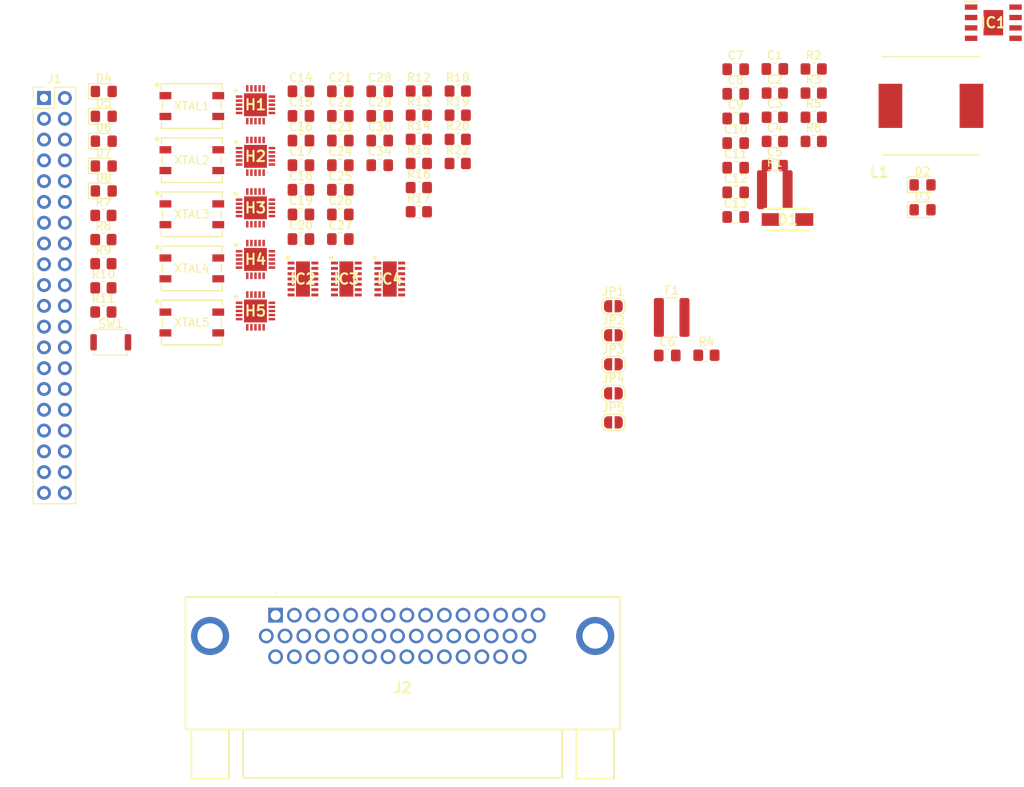
<source format=kicad_pcb>
(kicad_pcb (version 20221018) (generator pcbnew)
  (layers (0 "F.Cu" signal) (31 "B.Cu" signal) (34 "B.Paste" user) (35 "F.Paste" user) (36 "B.SilkS" user "B.Silkscreen") (37 "F.SilkS" user "F.Silkscreen") (38 "B.Mask" user) (39 "F.Mask" user) (44 "Edge.Cuts" user))
  (net 0 "")
  (net 1 "/Versorgung/VIN_SAVE")
  (net 2 "GND")
  (net 3 "Net-(C7-Pad1)")
  (net 4 "Net-(IC1-COMP)")
  (net 5 "+5V")
  (net 6 "Net-(IC1-SW)")
  (net 7 "Net-(D2-A)")
  (net 8 "Net-(D3-A)")
  (net 9 "Net-(IC1-BOOT)")
  (net 11 "Net-(IC1-RT{slash}CLK)")
  (net 12 "Net-(IC1-FB)")
  (net 13 "Net-(H1-OSC2)")
  (net 14 "Net-(H1-OSC1)")
  (net 15 "Net-(H2-OSC2)")
  (net 16 "Net-(H2-OSC1)")
  (net 17 "Net-(H3-OSC2)")
  (net 18 "Net-(H3-OSC1)")
  (net 19 "Net-(H4-OSC2)")
  (net 20 "Net-(H4-OSC1)")
  (net 21 "Net-(H5-OSC2)")
  (net 22 "Net-(H5-OSC1)")
  (net 23 "Net-(D4-A)")
  (net 24 "Net-(D5-A)")
  (net 25 "Net-(D6-A)")
  (net 26 "Net-(D7-A)")
  (net 27 "Net-(D8-A)")
  (net 35 "/CAN_Controller/INT0")
  (net 36 "/CAN_Controller/SCLK_0")
  (net 38 "/CAN_Controller/MOSI_0")
  (net 39 "/CAN_Controller/MISO_0")
  (net 40 "/CAN_Controller/CE0_0")
  (net 41 "Net-(H1-~{RESET})")
  (net 42 "Net-(H1-TXCAN)")
  (net 43 "Net-(H1-RXCAN)")
  (net 51 "/CAN_Controller/INT1")
  (net 53 "/CAN_Controller/CE1_0")
  (net 54 "Net-(H2-~{RESET})")
  (net 55 "Net-(H2-TXCAN)")
  (net 56 "Net-(H2-RXCAN)")
  (net 64 "/CAN_Controller/INT2")
  (net 65 "/CAN_Controller/SCLK_1")
  (net 67 "/CAN_Controller/MOSI_1")
  (net 68 "/CAN_Controller/MISO_1")
  (net 69 "/CAN_Controller/CE0_1")
  (net 70 "Net-(H3-~{RESET})")
  (net 71 "Net-(H3-TXCAN)")
  (net 72 "Net-(H3-RXCAN)")
  (net 80 "/CAN_Controller/INT3")
  (net 82 "/CAN_Controller/CE1_1")
  (net 83 "Net-(H4-~{RESET})")
  (net 84 "Net-(H4-TXCAN)")
  (net 85 "Net-(H4-RXCAN)")
  (net 93 "/CAN_Controller/INT4")
  (net 95 "/CAN_Controller/CE2_1")
  (net 96 "Net-(H5-~{RESET})")
  (net 97 "Net-(H5-TXCAN)")
  (net 98 "Net-(H5-RXCAN)")
  (net 100 "/CAN_Controller/CAN1_L")
  (net 101 "/CAN_Controller/CAN1_H")
  (net 102 "/CAN_Controller/CAN0_L")
  (net 103 "/CAN_Controller/CAN0_H")
  (net 106 "/CAN_Controller/CAN3_L")
  (net 107 "/CAN_Controller/CAN3_H")
  (net 108 "/CAN_Controller/CAN2_L")
  (net 109 "/CAN_Controller/CAN2_H")
  (net 116 "/CAN_Controller/CAN4_L")
  (net 117 "/CAN_Controller/CAN4_H")
  (net 122 "Net-(J1-GPIO27)")
  (net 123 "Net-(J1-GPIO22)")
  (net 124 "Net-(J1-GPIO23)")
  (net 126 "Net-(J1-GPIO24)")
  (net 127 "Net-(J1-GPIO25)")
  (net 132 "Net-(J1-GPIO26)")
  (net 151 "/Versorgung/VIN")
  (net 168 "Net-(JP1-A)")
  (net 169 "Net-(JP2-B)")
  (net 170 "Net-(JP3-B)")
  (net 171 "Net-(JP4-A)")
  (net 172 "Net-(JP5-B)")
  (footprint "Capacitor_SMD:C_0805_2012Metric_Pad1.18x1.45mm_HandSolder" (layer "F.Cu") (at 88.91 42.815)
    (fp_text reference "C24" (at 0 -1.68) (layer "F.SilkS"))
    (fp_text value "22pF")
    (pad "1" smd roundrect (at -1.0375 0) (size 1.175 1.45) (layers "F.Cu" "F.Paste" "F.Mask") (roundrect_rratio 0.212766) (net 19 "Net-(H4-OSC2)"))
    (pad "2" smd roundrect (at 1.0375 0) (size 1.175 1.45) (layers "F.Cu" "F.Paste" "F.Mask") (roundrect_rratio 0.212766) (net 2 "GND"))
  )
  (footprint "Jumper:SolderJumper-2_P1.3mm_Open_RoundedPad1.0x1.5mm" (layer "F.Cu") (at 122.26 70.7)
    (fp_text reference "JP4" (at 0 -1.8) (layer "F.SilkS"))
    (fp_text value "Jumper_2_Open")
    (pad "1" smd custom (at -0.65 0) (size 1 0.5) (layers "F.Cu" "F.Mask") (net 171 "Net-(JP4-A)") (options (clearance outline) (anchor rect)) (primitives (gr_circle (center 0 0.25) (end 0.5 0.25) (width 0) (fill yes)) (gr_circle (center 0 -0.25) (end 0.5 -0.25) (width 0) (fill yes)) (gr_poly (pts (xy 0.5 0.75) (xy 0 0.75) (xy 0 -0.75) (xy 0.5 -0.75)) (width 0) (fill yes))))
    (pad "2" smd custom (at 0.65 0) (size 1 0.5) (layers "F.Cu" "F.Mask") (net 85 "Net-(H4-RXCAN)") (options (clearance outline) (anchor rect)) (primitives (gr_circle (center 0 0.25) (end 0.5 0.25) (width 0) (fill yes)) (gr_circle (center 0 -0.25) (end 0.5 -0.25) (width 0) (fill yes)) (gr_poly (pts (xy 0 0.75) (xy -0.5 0.75) (xy -0.5 -0.75) (xy 0 -0.75)) (width 0) (fill yes))))
  )
  (footprint "Capacitor_SMD:C_0805_2012Metric_Pad1.18x1.45mm_HandSolder" (layer "F.Cu") (at 88.91 48.835)
    (fp_text reference "C26" (at 0 -1.68) (layer "F.SilkS"))
    (fp_text value "22pF")
    (pad "1" smd roundrect (at -1.0375 0) (size 1.175 1.45) (layers "F.Cu" "F.Paste" "F.Mask") (roundrect_rratio 0.212766) (net 20 "Net-(H4-OSC1)"))
    (pad "2" smd roundrect (at 1.0375 0) (size 1.175 1.45) (layers "F.Cu" "F.Paste" "F.Mask") (roundrect_rratio 0.212766) (net 2 "GND"))
  )
  (footprint "Resistor_SMD:R_0805_2012Metric_Pad1.20x1.40mm_HandSolder" (layer "F.Cu") (at 141.975 36.955)
    (fp_text reference "C3" (at 0 -1.65) (layer "F.SilkS"))
    (fp_text value "1uF/50V")
    (pad "1" smd roundrect (at -1 0) (size 1.2 1.4) (layers "F.Cu" "F.Paste" "F.Mask") (roundrect_rratio 0.208333) (net 1 "/Versorgung/VIN_SAVE"))
    (pad "2" smd roundrect (at 1 0) (size 1.2 1.4) (layers "F.Cu" "F.Paste" "F.Mask") (roundrect_rratio 0.208333) (net 2 "GND"))
  )
  (footprint "Capacitor_SMD:C_0805_2012Metric_Pad1.18x1.45mm_HandSolder" (layer "F.Cu") (at 88.91 45.825)
    (fp_text reference "C25" (at 0 -1.68) (layer "F.SilkS"))
    (fp_text value "100nF")
    (pad "1" smd roundrect (at -1.0375 0) (size 1.175 1.45) (layers "F.Cu" "F.Paste" "F.Mask") (roundrect_rratio 0.212766) (net 5 "+5V"))
    (pad "2" smd roundrect (at 1.0375 0) (size 1.175 1.45) (layers "F.Cu" "F.Paste" "F.Mask") (roundrect_rratio 0.212766) (net 2 "GND"))
  )
  (footprint "Samacsys:SON65P300X450X100-15N-D" (layer "F.Cu") (at 94.945 56.725)
    (fp_text reference "IC4" (at 0 0) (layer "F.SilkS") (effects (font (size 1.27 1.27) (thickness 0.254))))
    (fp_text value "TCAN1048AVDMTRQ1" hide)
    (pad "1" smd rect (at -1.45 -1.95 90) (size 0.35 0.85) (layers "F.Cu" "F.Paste" "F.Mask") (net 97 "Net-(H5-TXCAN)"))
    (pad "2" smd rect (at -1.45 -1.3 90) (size 0.35 0.85) (layers "F.Cu" "F.Paste" "F.Mask") (net 2 "GND"))
    (pad "3" smd rect (at -1.45 -0.65 90) (size 0.35 0.85) (layers "F.Cu" "F.Paste" "F.Mask") (net 5 "+5V"))
    (pad "4" smd rect (at -1.45 0 90) (size 0.35 0.85) (layers "F.Cu" "F.Paste" "F.Mask") (net 98 "Net-(H5-RXCAN)"))
    (pad "5" smd rect (at -1.45 0.65 90) (size 0.35 0.85) (layers "F.Cu" "F.Paste" "F.Mask") (net 2 "GND"))
    (pad "6" smd rect (at -1.45 1.3 90) (size 0.35 0.85) (layers "F.Cu" "F.Paste" "F.Mask"))
    (pad "7" smd rect (at -1.45 1.95 90) (size 0.35 0.85) (layers "F.Cu" "F.Paste" "F.Mask"))
    (pad "8" smd rect (at 1.45 1.95 90) (size 0.35 0.85) (layers "F.Cu" "F.Paste" "F.Mask"))
    (pad "9" smd rect (at 1.45 1.3 90) (size 0.35 0.85) (layers "F.Cu" "F.Paste" "F.Mask"))
    (pad "10" smd rect (at 1.45 0.65 90) (size 0.35 0.85) (layers "F.Cu" "F.Paste" "F.Mask"))
    (pad "11" smd rect (at 1.45 0 90) (size 0.35 0.85) (layers "F.Cu" "F.Paste" "F.Mask") (net 5 "+5V"))
    (pad "12" smd rect (at 1.45 -0.65 90) (size 0.35 0.85) (layers "F.Cu" "F.Paste" "F.Mask") (net 116 "/CAN_Controller/CAN4_L"))
    (pad "13" smd rect (at 1.45 -1.3 90) (size 0.35 0.85) (layers "F.Cu" "F.Paste" "F.Mask") (net 117 "/CAN_Controller/CAN4_H"))
    (pad "14" smd rect (at 1.45 -1.95 90) (size 0.35 0.85) (layers "F.Cu" "F.Paste" "F.Mask"))
    (pad "15" smd rect (at 0 0) (size 1.7 4.3) (layers "F.Cu" "F.Paste" "F.Mask") (net 2 "GND"))
  )
  (footprint "Capacitor_SMD:C_0805_2012Metric_Pad1.18x1.45mm_HandSolder" (layer "F.Cu") (at 137.195 46.135)
    (fp_text reference "C12" (at 0 -1.68) (layer "F.SilkS"))
    (fp_text value "22uF/6.3V")
    (pad "1" smd roundrect (at -1.0375 0) (size 1.175 1.45) (layers "F.Cu" "F.Paste" "F.Mask") (roundrect_rratio 0.212766) (net 5 "+5V"))
    (pad "2" smd roundrect (at 1.0375 0) (size 1.175 1.45) (layers "F.Cu" "F.Paste" "F.Mask") (roundrect_rratio 0.212766) (net 2 "GND"))
  )
  (footprint "Capacitor_SMD:C_0805_2012Metric_Pad1.18x1.45mm_HandSolder" (layer "F.Cu") (at 137.195 34.095)
    (fp_text reference "C8" (at 0 -1.68) (layer "F.SilkS"))
    (fp_text value "100pF")
    (pad "1" smd roundrect (at -1.0375 0) (size 1.175 1.45) (layers "F.Cu" "F.Paste" "F.Mask") (roundrect_rratio 0.212766) (net 4 "Net-(IC1-COMP)"))
    (pad "2" smd roundrect (at 1.0375 0) (size 1.175 1.45) (layers "F.Cu" "F.Paste" "F.Mask") (roundrect_rratio 0.212766) (net 2 "GND"))
  )
  (footprint "Samacsys:SMT_026384_WRE-L" (layer "F.Cu") (at 70.7725 55.4269)
    (fp_text reference "XTAL4" (at 0 0 unlocked) (layer "F.SilkS"))
    (fp_text value "830026384")
    (fp_text user "*" (at -4.2291 -2.2733) (layer "F.SilkS"))
    (fp_text user "*" (at -4.2291 -2.2733 unlocked) (layer "F.SilkS"))
    (pad "1" smd rect (at -3.2258 -1.27) (size 1.4478 0.889) (layers "F.Cu" "F.Paste" "F.Mask") (net 19 "Net-(H4-OSC2)"))
    (pad "2" smd rect (at -3.2258 1.27) (size 1.4478 0.889) (layers "F.Cu" "F.Paste" "F.Mask") (net 2 "GND"))
    (pad "3" smd rect (at 3.2258 1.27) (size 1.4478 0.889) (layers "F.Cu" "F.Paste" "F.Mask") (net 20 "Net-(H4-OSC1)"))
    (pad "4" smd rect (at 3.2258 -1.27) (size 1.4478 0.889) (layers "F.Cu" "F.Paste" "F.Mask") (net 2 "GND"))
  )
  (footprint "LED_SMD:LED_0805_2012Metric_Pad1.15x1.40mm_HandSolder" (layer "F.Cu") (at 160.02 45.22)
    (fp_text reference "D2" (at 0 -1.65) (layer "F.SilkS"))
    (fp_text value "LED/GRÜN")
    (pad "1" smd roundrect (at -1.025 0) (size 1.15 1.4) (layers "F.Cu" "F.Paste" "F.Mask") (roundrect_rratio 0.217391) (net 2 "GND"))
    (pad "2" smd roundrect (at 1.025 0) (size 1.15 1.4) (layers "F.Cu" "F.Paste" "F.Mask") (roundrect_rratio 0.217391) (net 7 "Net-(D2-A)"))
  )
  (footprint "Capacitor_SMD:C_0805_2012Metric_Pad1.18x1.45mm_HandSolder" (layer "F.Cu") (at 137.195 49.145)
    (fp_text reference "C13" (at 0 -1.68) (layer "F.SilkS"))
    (fp_text value "22uF/6.3V")
    (pad "1" smd roundrect (at -1.0375 0) (size 1.175 1.45) (layers "F.Cu" "F.Paste" "F.Mask") (roundrect_rratio 0.212766) (net 5 "+5V"))
    (pad "2" smd roundrect (at 1.0375 0) (size 1.175 1.45) (layers "F.Cu" "F.Paste" "F.Mask") (roundrect_rratio 0.212766) (net 2 "GND"))
  )
  (footprint "Capacitor_SMD:C_0805_2012Metric_Pad1.18x1.45mm_HandSolder" (layer "F.Cu") (at 84.1 45.825)
    (fp_text reference "C18" (at 0 -1.68) (layer "F.SilkS"))
    (fp_text value "22pF")
    (pad "1" smd roundrect (at -1.0375 0) (size 1.175 1.45) (layers "F.Cu" "F.Paste" "F.Mask") (roundrect_rratio 0.212766) (net 14 "Net-(H1-OSC1)"))
    (pad "2" smd roundrect (at 1.0375 0) (size 1.175 1.45) (layers "F.Cu" "F.Paste" "F.Mask") (roundrect_rratio 0.212766) (net 2 "GND"))
  )
  (footprint "Jumper:SolderJumper-2_P1.3mm_Open_RoundedPad1.0x1.5mm" (layer "F.Cu") (at 122.26 67.15)
    (fp_text reference "JP3" (at 0 -1.8) (layer "F.SilkS"))
    (fp_text value "Jumper_2_Open")
    (pad "1" smd custom (at -0.65 0) (size 1 0.5) (layers "F.Cu" "F.Mask") (options (clearance outline) (anchor rect)) (primitives (gr_circle (center 0 0.25) (end 0.5 0.25) (width 0) (fill yes)) (gr_circle (center 0 -0.25) (end 0.5 -0.25) (width 0) (fill yes)) (gr_poly (pts (xy 0.5 0.75) (xy 0 0.75) (xy 0 -0.75) (xy 0.5 -0.75)) (width 0) (fill yes))))
    (pad "2" smd custom (at 0.65 0) (size 1 0.5) (layers "F.Cu" "F.Mask") (net 170 "Net-(JP3-B)") (options (clearance outline) (anchor rect)) (primitives (gr_circle (center 0 0.25) (end 0.5 0.25) (width 0) (fill yes)) (gr_circle (center 0 -0.25) (end 0.5 -0.25) (width 0) (fill yes)) (gr_poly (pts (xy 0 0.75) (xy -0.5 0.75) (xy -0.5 -0.75) (xy 0 -0.75)) (width 0) (fill yes))))
  )
  (footprint "LED_SMD:LED_0805_2012Metric_Pad1.15x1.40mm_HandSolder" (layer "F.Cu") (at 60.015 36.84)
    (fp_text reference "D5" (at 0 -1.65) (layer "F.SilkS"))
    (fp_text value "LED")
    (pad "1" smd roundrect (at -1.025 0) (size 1.15 1.4) (layers "F.Cu" "F.Paste" "F.Mask") (roundrect_rratio 0.217391) (net 2 "GND"))
    (pad "2" smd roundrect (at 1.025 0) (size 1.15 1.4) (layers "F.Cu" "F.Paste" "F.Mask") (roundrect_rratio 0.217391) (net 24 "Net-(D5-A)"))
  )
  (footprint "Resistor_SMD:R_0805_2012Metric_Pad1.20x1.40mm_HandSolder" (layer "F.Cu") (at 98.5 42.605)
    (fp_text reference "R15" (at 0 -1.65) (layer "F.SilkS"))
    (fp_text value "120R")
    (pad "1" smd roundrect (at -1 0) (size 1.2 1.4) (layers "F.Cu" "F.Paste" "F.Mask") (roundrect_rratio 0.208333) (net 169 "Net-(JP2-B)"))
    (pad "2" smd roundrect (at 1 0) (size 1.2 1.4) (layers "F.Cu" "F.Paste" "F.Mask") (roundrect_rratio 0.208333) (net 42 "Net-(H1-TXCAN)"))
  )
  (footprint "Capacitor_SMD:C_0805_2012Metric_Pad1.18x1.45mm_HandSolder" (layer "F.Cu") (at 93.72 33.785)
    (fp_text reference "C28" (at 0 -1.68) (layer "F.SilkS"))
    (fp_text value "22pF")
    (pad "1" smd roundrect (at -1.0375 0) (size 1.175 1.45) (layers "F.Cu" "F.Paste" "F.Mask") (roundrect_rratio 0.212766) (net 21 "Net-(H5-OSC2)"))
    (pad "2" smd roundrect (at 1.0375 0) (size 1.175 1.45) (layers "F.Cu" "F.Paste" "F.Mask") (roundrect_rratio 0.212766) (net 2 "GND"))
  )
  (footprint "Samacsys:SMT_026384_WRE-L" (layer "F.Cu") (at 70.7725 35.5867)
    (fp_text reference "XTAL1" (at 0 0 unlocked) (layer "F.SilkS"))
    (fp_text value "830026384")
    (fp_text user "*" (at -4.2291 -2.2733) (layer "F.SilkS"))
    (fp_text user "*" (at -4.2291 -2.2733 unlocked) (layer "F.SilkS"))
    (pad "1" smd rect (at -3.2258 -1.27) (size 1.4478 0.889) (layers "F.Cu" "F.Paste" "F.Mask") (net 13 "Net-(H1-OSC2)"))
    (pad "2" smd rect (at -3.2258 1.27) (size 1.4478 0.889) (layers "F.Cu" "F.Paste" "F.Mask") (net 2 "GND"))
    (pad "3" smd rect (at 3.2258 1.27) (size 1.4478 0.889) (layers "F.Cu" "F.Paste" "F.Mask") (net 14 "Net-(H1-OSC1)"))
    (pad "4" smd rect (at 3.2258 -1.27) (size 1.4478 0.889) (layers "F.Cu" "F.Paste" "F.Mask") (net 2 "GND"))
  )
  (footprint "Samacsys:SON65P300X450X100-15N-D" (layer "F.Cu") (at 84.345 56.725)
    (fp_text reference "IC2" (at 0 0) (layer "F.SilkS") (effects (font (size 1.27 1.27) (thickness 0.254))))
    (fp_text value "TCAN1048AVDMTRQ1" hide)
    (pad "1" smd rect (at -1.45 -1.95 90) (size 0.35 0.85) (layers "F.Cu" "F.Paste" "F.Mask") (net 42 "Net-(H1-TXCAN)"))
    (pad "2" smd rect (at -1.45 -1.3 90) (size 0.35 0.85) (layers "F.Cu" "F.Paste" "F.Mask") (net 2 "GND"))
    (pad "3" smd rect (at -1.45 -0.65 90) (size 0.35 0.85) (layers "F.Cu" "F.Paste" "F.Mask") (net 5 "+5V"))
    (pad "4" smd rect (at -1.45 0 90) (size 0.35 0.85) (layers "F.Cu" "F.Paste" "F.Mask") (net 43 "Net-(H1-RXCAN)"))
    (pad "5" smd rect (at -1.45 0.65 90) (size 0.35 0.85) (layers "F.Cu" "F.Paste" "F.Mask") (net 2 "GND"))
    (pad "6" smd rect (at -1.45 1.3 90) (size 0.35 0.85) (layers "F.Cu" "F.Paste" "F.Mask") (net 55 "Net-(H2-TXCAN)"))
    (pad "7" smd rect (at -1.45 1.95 90) (size 0.35 0.85) (layers "F.Cu" "F.Paste" "F.Mask") (net 56 "Net-(H2-RXCAN)"))
    (pad "8" smd rect (at 1.45 1.95 90) (size 0.35 0.85) (layers "F.Cu" "F.Paste" "F.Mask"))
    (pad "9" smd rect (at 1.45 1.3 90) (size 0.35 0.85) (layers "F.Cu" "F.Paste" "F.Mask") (net 100 "/CAN_Controller/CAN1_L"))
    (pad "10" smd rect (at 1.45 0.65 90) (size 0.35 0.85) (layers "F.Cu" "F.Paste" "F.Mask") (net 101 "/CAN_Controller/CAN1_H"))
    (pad "11" smd rect (at 1.45 0 90) (size 0.35 0.85) (layers "F.Cu" "F.Paste" "F.Mask") (net 5 "+5V"))
    (pad "12" smd rect (at 1.45 -0.65 90) (size 0.35 0.85) (layers "F.Cu" "F.Paste" "F.Mask") (net 102 "/CAN_Controller/CAN0_L"))
    (pad "13" smd rect (at 1.45 -1.3 90) (size 0.35 0.85) (layers "F.Cu" "F.Paste" "F.Mask") (net 103 "/CAN_Controller/CAN0_H"))
    (pad "14" smd rect (at 1.45 -1.95 90) (size 0.35 0.85) (layers "F.Cu" "F.Paste" "F.Mask"))
    (pad "15" smd rect (at 0 0) (size 1.7 4.3) (layers "F.Cu" "F.Paste" "F.Mask") (net 2 "GND"))
  )
  (footprint "Capacitor_SMD:C_0805_2012Metric_Pad1.18x1.45mm_HandSolder" (layer "F.Cu") (at 88.91 36.795)
    (fp_text reference "C22" (at 0 -1.68) (layer "F.SilkS"))
    (fp_text value "100nF")
    (pad "1" smd roundrect (at -1.0375 0) (size 1.175 1.45) (layers "F.Cu" "F.Paste" "F.Mask") (roundrect_rratio 0.212766) (net 5 "+5V"))
    (pad "2" smd roundrect (at 1.0375 0) (size 1.175 1.45) (layers "F.Cu" "F.Paste" "F.Mask") (roundrect_rratio 0.212766) (net 2 "GND"))
  )
  (footprint "Resistor_SMD:R_0805_2012Metric_Pad1.20x1.40mm_HandSolder" (layer "F.Cu") (at 59.97 57.805)
    (fp_text reference "R10" (at 0 -1.65) (layer "F.SilkS"))
    (fp_text value "510R")
    (pad "1" smd roundrect (at -1 0) (size 1.2 1.4) (layers "F.Cu" "F.Paste" "F.Mask") (roundrect_rratio 0.208333) (net 126 "Net-(J1-GPIO24)"))
    (pad "2" smd roundrect (at 1 0) (size 1.2 1.4) (layers "F.Cu" "F.Paste" "F.Mask") (roundrect_rratio 0.208333) (net 26 "Net-(D7-A)"))
  )
  (footprint "Resistor_SMD:R_0805_2012Metric_Pad1.20x1.40mm_HandSolder" (layer "F.Cu") (at 141.975 42.855)
    (fp_text reference "C5" (at 0 -1.65) (layer "F.SilkS"))
    (fp_text value "1uF/50V")
    (pad "1" smd roundrect (at -1 0) (size 1.2 1.4) (layers "F.Cu" "F.Paste" "F.Mask") (roundrect_rratio 0.208333) (net 1 "/Versorgung/VIN_SAVE"))
    (pad "2" smd roundrect (at 1 0) (size 1.2 1.4) (layers "F.Cu" "F.Paste" "F.Mask") (roundrect_rratio 0.208333) (net 2 "GND"))
  )
  (footprint "Connector_PinHeader_2.54mm:PinHeader_2x20_P2.54mm_Vertical" (layer "F.Cu") (at 52.72 34.605)
    (fp_text reference "J1" (at 1.27 -2.33) (layer "F.SilkS"))
    (fp_text value "Raspberry_Pi_2_3")
    (pad "1" thru_hole rect (at 0 0) (size 1.7 1.7) (drill 1) (layers "*.Cu" "*.Mask"))
    (pad "2" thru_hole oval (at 2.54 0) (size 1.7 1.7) (drill 1) (layers "*.Cu" "*.Mask") (net 5 "+5V"))
    (pad "3" thru_hole oval (at 0 2.54) (size 1.7 1.7) (drill 1) (layers "*.Cu" "*.Mask") (net 64 "/CAN_Controller/INT2"))
    (pad "4" thru_hole oval (at 2.54 2.54) (size 1.7 1.7) (drill 1) (layers "*.Cu" "*.Mask") (net 5 "+5V"))
    (pad "5" thru_hole oval (at 0 5.08) (size 1.7 1.7) (drill 1) (layers "*.Cu" "*.Mask") (net 80 "/CAN_Controller/INT3"))
    (pad "6" thru_hole oval (at 2.54 5.08) (size 1.7 1.7) (drill 1) (layers "*.Cu" "*.Mask") (net 2 "GND"))
    (pad "7" thru_hole oval (at 0 7.62) (size 1.7 1.7) (drill 1) (layers "*.Cu" "*.Mask") (net 93 "/CAN_Controller/INT4"))
    (pad "8" thru_hole oval (at 2.54 7.62) (size 1.7 1.7) (drill 1) (layers "*.Cu" "*.Mask"))
    (pad "9" thru_hole oval (at 0 10.16) (size 1.7 1.7) (drill 1) (layers "*.Cu" "*.Mask") (net 2 "GND"))
    (pad "10" thru_hole oval (at 2.54 10.16) (size 1.7 1.7) (drill 1) (layers "*.Cu" "*.Mask"))
    (pad "11" thru_hole oval (at 0 12.7) (size 1.7 1.7) (drill 1) (layers "*.Cu" "*.Mask") (net 82 "/CAN_Controller/CE1_1"))
    (pad "12" thru_hole oval (at 2.54 12.7) (size 1.7 1.7) (drill 1) (layers "*.Cu" "*.Mask") (net 69 "/CAN_Controller/CE0_1"))
    (pad "13" thru_hole oval (at 0 15.24) (size 1.7 1.7) (drill 1) (layers "*.Cu" "*.Mask") (net 122 "Net-(J1-GPIO27)"))
    (pad "14" thru_hole oval (at 2.54 15.24) (size 1.7 1.7) (drill 1) (layers "*.Cu" "*.Mask") (net 2 "GND"))
    (pad "15" thru_hole oval (at 0 17.78) (size 1.7 1.7) (drill 1) (layers "*.Cu" "*.Mask") (net 123 "Net-(J1-GPIO22)"))
    (pad "16" thru_hole oval (at 2.54 17.78) (size 1.7 1.7) (drill 1) (layers "*.Cu" "*.Mask") (net 124 "Net-(J1-GPIO23)"))
    (pad "17" thru_hole oval (at 0 20.32) (size 1.7 1.7) (drill 1) (layers "*.Cu" "*.Mask"))
    (pad "18" thru_hole oval (at 2.54 20.32) (size 1.7 1.7) (drill 1) (layers "*.Cu" "*.Mask") (net 126 "Net-(J1-GPIO24)"))
    (pad "19" thru_hole oval (at 0 22.86) (size 1.7 1.7) (drill 1) (layers "*.Cu" "*.Mask") (net 38 "/CAN_Controller/MOSI_0"))
    (pad "20" thru_hole oval (at 2.54 22.86) (size 1.7 1.7) (drill 1) (layers "*.Cu" "*.Mask") (net 2 "GND"))
    (pad "21" thru_hole oval (at 0 25.4) (size 1.7 1.7) (drill 1) (layers "*.Cu" "*.Mask") (net 39 "/CAN_Controller/MISO_0"))
    (pad "22" thru_hole oval (at 2.54 25.4) (size 1.7 1.7) (drill 1) (layers "*.Cu" "*.Mask") (net 127 "Net-(J1-GPIO25)"))
    (pad "23" thru_hole oval (at 0 27.94) (size 1.7 1.7) (drill 1) (layers "*.Cu" "*.Mask") (net 36 "/CAN_Controller/SCLK_0"))
    (pad "24" thru_hole oval (at 2.54 27.94) (size 1.7 1.7) (drill 1) (layers "*.Cu" "*.Mask") (net 53 "/CAN_Controller/CE1_0"))
    (pad "25" thru_hole oval (at 0 30.48) (size 1.7 1.7) (drill 1) (layers "*.Cu" "*.Mask") (net 2 "GND"))
    (pad "26" thru_hole oval (at 2.54 30.48) (size 1.7 1.7) (drill 1) (layers "*.Cu" "*.Mask") (net 40 "/CAN_Controller/CE0_0"))
    (pad "27" thru_hole oval (at 0 33.02) (size 1.7 1.7) (drill 1) (layers "*.Cu" "*.Mask") (net 35 "/CAN_Controller/INT0"))
    (pad "28" thru_hole oval (at 2.54 33.02) (size 1.7 1.7) (drill 1) (layers "*.Cu" "*.Mask") (net 51 "/CAN_Controller/INT1"))
    (pad "29" thru_hole oval (at 0 35.56) (size 1.7 1.7) (drill 1) (layers "*.Cu" "*.Mask"))
    (pad "30" thru_hole oval (at 2.54 35.56) (size 1.7 1.7) (drill 1) (layers "*.Cu" "*.Mask") (net 2 "GND"))
    (pad "31" thru_hole oval (at 0 38.1) (size 1.7 1.7) (drill 1) (layers "*.Cu" "*.Mask"))
    (pad "32" thru_hole oval (at 2.54 38.1) (size 1.7 1.7) (drill 1) (layers "*.Cu" "*.Mask"))
    (pad "33" thru_hole oval (at 0 40.64) (size 1.7 1.7) (drill 1) (layers "*.Cu" "*.Mask"))
    (pad "34" thru_hole oval (at 2.54 40.64) (size 1.7 1.7) (drill 1) (layers "*.Cu" "*.Mask") (net 2 "GND"))
    (pad "35" thru_hole oval (at 0 43.18) (size 1.7 1.7) (drill 1) (layers "*.Cu" "*.Mask") (net 68 "/CAN_Controller/MISO_1"))
    (pad "36" thru_hole oval (at 2.54 43.18) (size 1.7 1.7) (drill 1) (layers "*.Cu" "*.Mask") (net 95 "/CAN_Controller/CE2_1"))
    (pad "37" thru_hole oval (at 0 45.72) (size 1.7 1.7) (drill 1) (layers "*.Cu" "*.Mask") (net 132 "Net-(J1-GPIO26)"))
    (pad "38" thru_hole oval (at 2.54 45.72) (size 1.7 1.7) (drill 1) (layers "*.Cu" "*.Mask") (net 67 "/CAN_Controller/MOSI_1"))
    (pad "39" thru_hole oval (at 0 48.26) (size 1.7 1.7) (drill 1) (layers "*.Cu" "*.Mask") (net 2 "GND"))
    (pad "40" thru_hole oval (at 2.54 48.26) (size 1.7 1.7) (drill 1) (layers "*.Cu" "*.Mask") (net 65 "/CAN_Controller/SCLK_1"))
  )
  (footprint "Resistor_SMD:R_0805_2012Metric_Pad1.20x1.40mm_HandSolder" (layer "F.Cu") (at 103.25 39.655)
    (fp_text reference "R20" (at 0 -1.65) (layer "F.SilkS"))
    (fp_text value "10k")
    (pad "1" smd roundrect (at -1 0) (size 1.2 1.4) (layers "F.Cu" "F.Paste" "F.Mask") (roundrect_rratio 0.208333) (net 5 "+5V"))
    (pad "2" smd roundrect (at 1 0) (size 1.2 1.4) (layers "F.Cu" "F.Paste" "F.Mask") (roundrect_rratio 0.208333) (net 96 "Net-(H5-~{RESET})"))
  )
  (footprint "LED_SMD:LED_0805_2012Metric_Pad1.15x1.40mm_HandSolder" (layer "F.Cu") (at 60.015 42.92)
    (fp_text reference "D7" (at 0 -1.65) (layer "F.SilkS"))
    (fp_text value "LED")
    (pad "1" smd roundrect (at -1.025 0) (size 1.15 1.4) (layers "F.Cu" "F.Paste" "F.Mask") (roundrect_rratio 0.217391) (net 2 "GND"))
    (pad "2" smd roundrect (at 1.025 0) (size 1.15 1.4) (layers "F.Cu" "F.Paste" "F.Mask") (roundrect_rratio 0.217391) (net 26 "Net-(D7-A)"))
  )
  (footprint "Resistor_SMD:R_0805_2012Metric_Pad1.20x1.40mm_HandSolder" (layer "F.Cu") (at 98.5 45.555)
    (fp_text reference "R16" (at 0 -1.65) (layer "F.SilkS"))
    (fp_text value "10k")
    (pad "1" smd roundrect (at -1 0) (size 1.2 1.4) (layers "F.Cu" "F.Paste" "F.Mask") (roundrect_rratio 0.208333) (net 5 "+5V"))
    (pad "2" smd roundrect (at 1 0) (size 1.2 1.4) (layers "F.Cu" "F.Paste" "F.Mask") (roundrect_rratio 0.208333) (net 70 "Net-(H3-~{RESET})"))
  )
  (footprint "Samacsys:QFN50P400X400X90-21N-D" (layer "F.Cu") (at 78.545 54.33)
    (fp_text reference "H4" (at 0 0) (layer "F.SilkS") (effects (font (size 1.27 1.27) (thickness 0.254))))
    (fp_text value "MCP2515-E_ML" hide)
    (pad "1" smd rect (at -2 -1 90) (size 0.3 0.8) (layers "F.Cu" "F.Paste" "F.Mask"))
    (pad "2" smd rect (at -2 -0.5 90) (size 0.3 0.8) (layers "F.Cu" "F.Paste" "F.Mask"))
    (pad "3" smd rect (at -2 0 90) (size 0.3 0.8) (layers "F.Cu" "F.Paste" "F.Mask"))
    (pad "4" smd rect (at -2 0.5 90) (size 0.3 0.8) (layers "F.Cu" "F.Paste" "F.Mask"))
    (pad "5" smd rect (at -2 1 90) (size 0.3 0.8) (layers "F.Cu" "F.Paste" "F.Mask"))
    (pad "6" smd rect (at -1 2) (size 0.3 0.8) (layers "F.Cu" "F.Paste" "F.Mask") (net 19 "Net-(H4-OSC2)"))
    (pad "7" smd rect (at -0.5 2) (size 0.3 0.8) (layers "F.Cu" "F.Paste" "F.Mask") (net 20 "Net-(H4-OSC1)"))
    (pad "8" smd rect (at 0 2) (size 0.3 0.8) (layers "F.Cu" "F.Paste" "F.Mask") (net 2 "GND"))
    (pad "9" smd rect (at 0.5 2) (size 0.3 0.8) (layers "F.Cu" "F.Paste" "F.Mask"))
    (pad "10" smd rect (at 1 2) (size 0.3 0.8) (layers "F.Cu" "F.Paste" "F.Mask"))
    (pad "11" smd rect (at 2 1 90) (size 0.3 0.8) (layers "F.Cu" "F.Paste" "F.Mask") (net 80 "/CAN_Controller/INT3"))
    (pad "12" smd rect (at 2 0.5 90) (size 0.3 0.8) (layers "F.Cu" "F.Paste" "F.Mask") (net 65 "/CAN_Controller/SCLK_1"))
    (pad "13" smd rect (at 2 0 90) (size 0.3 0.8) (layers "F.Cu" "F.Paste" "F.Mask"))
    (pad "14" smd rect (at 2 -0.5 90) (size 0.3 0.8) (layers "F.Cu" "F.Paste" "F.Mask") (net 67 "/CAN_Controller/MOSI_1"))
    (pad "15" smd rect (at 2 -1 90) (size 0.3 0.8) (layers "F.Cu" "F.Paste" "F.Mask") (net 68 "/CAN_Controller/MISO_1"))
    (pad "16" smd rect (at 1 -2) (size 0.3 0.8) (layers "F.Cu" "F.Paste" "F.Mask") (net 82 "/CAN_Controller/CE1_1"))
    (pad "17" smd rect (at 0.5 -2) (size 0.3 0.8) (layers "F.Cu" "F.Paste" "F.Mask") (net 83 "Net-(H4-~{RESET})"))
    (pad "18" smd rect (at 0 -2) (size 0.3 0.8) (layers "F.Cu" "F.Paste" "F.Mask") (net 5 "+5V"))
    (pad "19" smd rect (at -0.5 -2) (size 0.3 0.8) (layers "F.Cu" "F.Paste" "F.Mask") (net 84 "Net-(H4-TXCAN)"))
    (pad "20" smd rect (at -1 -2) (size 0.3 0.8) (layers "F.Cu" "F.Paste" "F.Mask") (net 85 "Net-(H4-RXCAN)"))
    (pad "21" smd rect (at 0 0) (size 2.8 2.8) (layers "F.Cu" "F.Paste" "F.Mask") (net 2 "GND"))
  )
  (footprint "Capacitor_SMD:C_0805_2012Metric_Pad1.18x1.45mm_HandSolder" (layer "F.Cu") (at 128.84 66.07)
    (fp_text reference "C6" (at 0 -1.68) (layer "F.SilkS"))
    (fp_text value "0.1uF")
    (pad "1" smd roundrect (at -1.0375 0) (size 1.175 1.45) (layers "F.Cu" "F.Paste" "F.Mask") (roundrect_rratio 0.212766) (net 9 "Net-(IC1-BOOT)"))
    (pad "2" smd roundrect (at 1.0375 0) (size 1.175 1.45) (layers "F.Cu" "F.Paste" "F.Mask") (roundrect_rratio 0.212766) (net 6 "Net-(IC1-SW)"))
  )
  (footprint "Resistor_SMD:R_0805_2012Metric_Pad1.20x1.40mm_HandSolder" (layer "F.Cu") (at 59.97 51.905)
    (fp_text reference "R8" (at 0 -1.65) (layer "F.SilkS"))
    (fp_text value "510R")
    (pad "1" smd roundrect (at -1 0) (size 1.2 1.4) (layers "F.Cu" "F.Paste" "F.Mask") (roundrect_rratio 0.208333) (net 132 "Net-(J1-GPIO26)"))
    (pad "2" smd roundrect (at 1 0) (size 1.2 1.4) (layers "F.Cu" "F.Paste" "F.Mask") (roundrect_rratio 0.208333) (net 24 "Net-(D5-A)"))
  )
  (footprint "Samacsys:QFN50P400X400X90-21N-D" (layer "F.Cu") (at 78.545 41.73)
    (fp_text reference "H2" (at 0 0) (layer "F.SilkS") (effects (font (size 1.27 1.27) (thickness 0.254))))
    (fp_text value "MCP2515-E_ML" hide)
    (pad "1" smd rect (at -2 -1 90) (size 0.3 0.8) (layers "F.Cu" "F.Paste" "F.Mask"))
    (pad "2" smd rect (at -2 -0.5 90) (size 0.3 0.8) (layers "F.Cu" "F.Paste" "F.Mask"))
    (pad "3" smd rect (at -2 0 90) (size 0.3 0.8) (layers "F.Cu" "F.Paste" "F.Mask"))
    (pad "4" smd rect (at -2 0.5 90) (size 0.3 0.8) (layers "F.Cu" "F.Paste" "F.Mask"))
    (pad "5" smd rect (at -2 1 90) (size 0.3 0.8) (layers "F.Cu" "F.Paste" "F.Mask"))
    (pad "6" smd rect (at -1 2) (size 0.3 0.8) (layers "F.Cu" "F.Paste" "F.Mask") (net 15 "Net-(H2-OSC2)"))
    (pad "7" smd rect (at -0.5 2) (size 0.3 0.8) (layers "F.Cu" "F.Paste" "F.Mask") (net 16 "Net-(H2-OSC1)"))
    (pad "8" smd rect (at 0 2) (size 0.3 0.8) (layers "F.Cu" "F.Paste" "F.Mask") (net 2 "GND"))
    (pad "9" smd rect (at 0.5 2) (size 0.3 0.8) (layers "F.Cu" "F.Paste" "F.Mask"))
    (pad "10" smd rect (at 1 2) (size 0.3 0.8) (layers "F.Cu" "F.Paste" "F.Mask"))
    (pad "11" smd rect (at 2 1 90) (size 0.3 0.8) (layers "F.Cu" "F.Paste" "F.Mask") (net 51 "/CAN_Controller/INT1"))
    (pad "12" smd rect (at 2 0.5 90) (size 0.3 0.8) (layers "F.Cu" "F.Paste" "F.Mask") (net 36 "/CAN_Controller/SCLK_0"))
    (pad "13" smd rect (at 2 0 90) (size 0.3 0.8) (layers "F.Cu" "F.Paste" "F.Mask"))
    (pad "14" smd rect (at 2 -0.5 90) (size 0.3 0.8) (layers "F.Cu" "F.Paste" "F.Mask") (net 38 "/CAN_Controller/MOSI_0"))
    (pad "15" smd rect (at 2 -1 90) (size 0.3 0.8) (layers "F.Cu" "F.Paste" "F.Mask") (net 39 "/CAN_Controller/MISO_0"))
    (pad "16" smd rect (at 1 -2) (size 0.3 0.8) (layers "F.Cu" "F.Paste" "F.Mask") (net 53 "/CAN_Controller/CE1_0"))
    (pad "17" smd rect (at 0.5 -2) (size 0.3 0.8) (layers "F.Cu" "F.Paste" "F.Mask") (net 54 "Net-(H2-~{RESET})"))
    (pad "18" smd rect (at 0 -2) (size 0.3 0.8) (layers "F.Cu" "F.Paste" "F.Mask") (net 5 "+5V"))
    (pad "19" smd rect (at -0.5 -2) (size 0.3 0.8) (layers "F.Cu" "F.Paste" "F.Mask") (net 55 "Net-(H2-TXCAN)"))
    (pad "20" smd rect (at -1 -2) (size 0.3 0.8) (layers "F.Cu" "F.Paste" "F.Mask") (net 56 "Net-(H2-RXCAN)"))
    (pad "21" smd rect (at 0 0) (size 2.8 2.8) (layers "F.Cu" "F.Paste" "F.Mask") (net 2 "GND"))
  )
  (footprint "Capacitor_SMD:C_0805_2012Metric_Pad1.18x1.45mm_HandSolder" (layer "F.Cu") (at 84.1 51.845)
    (fp_text reference "C20" (at 0 -1.68) (layer "F.SilkS"))
    (fp_text value "22pF")
    (pad "1" smd roundrect (at -1.0375 0) (size 1.175 1.45) (layers "F.Cu" "F.Paste" "F.Mask") (roundrect_rratio 0.212766) (net 16 "Net-(H2-OSC1)"))
    (pad "2" smd roundrect (at 1.0375 0) (size 1.175 1.45) (layers "F.Cu" "F.Paste" "F.Mask") (roundrect_rratio 0.212766) (net 2 "GND"))
  )
  (footprint "Capacitor_SMD:C_0805_2012Metric_Pad1.18x1.45mm_HandSolder" (layer "F.Cu") (at 137.195 31.085)
    (fp_text reference "C7" (at 0 -1.68) (layer "F.SilkS"))
    (fp_text value "33nF")
    (pad "1" smd roundrect (at -1.0375 0) (size 1.175 1.45) (layers "F.Cu" "F.Paste" "F.Mask") (roundrect_rratio 0.212766) (net 3 "Net-(C7-Pad1)"))
    (pad "2" smd roundrect (at 1.0375 0) (size 1.175 1.45) (layers "F.Cu" "F.Paste" "F.Mask") (roundrect_rratio 0.212766) (net 2 "GND"))
  )
  (footprint "Samacsys:SON65P300X450X100-15N-D" (layer "F.Cu") (at 89.645 56.725)
    (fp_text reference "IC3" (at 0 0) (layer "F.SilkS") (effects (font (size 1.27 1.27) (thickness 0.254))))
    (fp_text value "TCAN1048AVDMTRQ1" hide)
    (pad "1" smd rect (at -1.45 -1.95 90) (size 0.35 0.85) (layers "F.Cu" "F.Paste" "F.Mask") (net 71 "Net-(H3-TXCAN)"))
    (pad "2" smd rect (at -1.45 -1.3 90) (size 0.35 0.85) (layers "F.Cu" "F.Paste" "F.Mask") (net 2 "GND"))
    (pad "3" smd rect (at -1.45 -0.65 90) (size 0.35 0.85) (layers "F.Cu" "F.Paste" "F.Mask") (net 5 "+5V"))
    (pad "4" smd rect (at -1.45 0 90) (size 0.35 0.85) (layers "F.Cu" "F.Paste" "F.Mask") (net 72 "Net-(H3-RXCAN)"))
    (pad "5" smd rect (at -1.45 0.65 90) (size 0.35 0.85) (layers "F.Cu" "F.Paste" "F.Mask") (net 2 "GND"))
    (pad "6" smd rect (at -1.45 1.3 90) (size 0.35 0.85) (layers "F.Cu" "F.Paste" "F.Mask") (net 84 "Net-(H4-TXCAN)"))
    (pad "7" smd rect (at -1.45 1.95 90) (size 0.35 0.85) (layers "F.Cu" "F.Paste" "F.Mask") (net 85 "Net-(H4-RXCAN)"))
    (pad "8" smd rect (at 1.45 1.95 90) (size 0.35 0.85) (layers "F.Cu" "F.Paste" "F.Mask"))
    (pad "9" smd rect (at 1.45 1.3 90) (size 0.35 0.85) (layers "F.Cu" "F.Paste" "F.Mask") (net 106 "/CAN_Controller/CAN3_L"))
    (pad "10" smd rect (at 1.45 0.65 90) (size 0.35 0.85) (layers "F.Cu" "F.Paste" "F.Mask") (net 107 "/CAN_Controller/CAN3_H"))
    (pad "11" smd rect (at 1.45 0 90) (size 0.35 0.85) (layers "F.Cu" "F.Paste" "F.Mask") (net 5 "+5V"))
    (pad "12" smd rect (at 1.45 -0.65 90) (size 0.35 0.85) (layers "F.Cu" "F.Paste" "F.Mask") (net 108 "/CAN_Controller/CAN2_L"))
    (pad "13" smd rect (at 1.45 -1.3 90) (size 0.35 0.85) (layers "F.Cu" "F.Paste" "F.Mask") (net 109 "/CAN_Controller/CAN2_H"))
    (pad "14" smd rect (at 1.45 -1.95 90) (size 0.35 0.85) (layers "F.Cu" "F.Paste" "F.Mask"))
    (pad "15" smd rect (at 0 0) (size 1.7 4.3) (layers "F.Cu" "F.Paste" "F.Mask") (net 2 "GND"))
  )
  (footprint "Jumper:SolderJumper-2_P1.3mm_Open_RoundedPad1.0x1.5mm" (layer "F.Cu") (at 122.26 63.6)
    (fp_text reference "JP2" (at 0 -1.8) (layer "F.SilkS"))
    (fp_text value "Jumper_2_Open")
    (pad "1" smd custom (at -0.65 0) (size 1 0.5) (layers "F.Cu" "F.Mask") (options (clearance outline) (anchor rect)) (primitives (gr_circle (center 0 0.25) (end 0.5 0.25) (width 0) (fill yes)) (gr_circle (center 0 -0.25) (end 0.5 -0.25) (width 0) (fill yes)) (gr_poly (pts (xy 0.5 0.75) (xy 0 0.75) (xy 0 -0.75) (xy 0.5 -0.75)) (width 0) (fill yes))))
    (pad "2" smd custom (at 0.65 0) (size 1 0.5) (layers "F.Cu" "F.Mask") (net 169 "Net-(JP2-B)") (options (clearance outline) (anchor rect)) (primitives (gr_circle (center 0 0.25) (end 0.5 0.25) (width 0) (fill yes)) (gr_circle (center 0 -0.25) (end 0.5 -0.25) (width 0) (fill yes)) (gr_poly (pts (xy 0 0.75) (xy -0.5 0.75) (xy -0.5 -0.75) (xy 0 -0.75)) (width 0) (fill yes))))
  )
  (footprint "Jumper:SolderJumper-2_P1.3mm_Open_RoundedPad1.0x1.5mm" (layer "F.Cu") (at 122.26 74.25)
    (fp_text reference "JP5" (at 0 -1.8) (layer "F.SilkS"))
    (fp_text value "Jumper_2_Open")
    (pad "1" smd custom (at -0.65 0) (size 1 0.5) (layers "F.Cu" "F.Mask") (options (clearance outline) (anchor rect)) (primitives (gr_circle (center 0 0.25) (end 0.5 0.25) (width 0) (fill yes)) (gr_circle (center 0 -0.25) (end 0.5 -0.25) (width 0) (fill yes)) (gr_poly (pts (xy 0.5 0.75) (xy 0 0.75) (xy 0 -0.75) (xy 0.5 -0.75)) (width 0) (fill yes))))
    (pad "2" smd custom (at 0.65 0) (size 1 0.5) (layers "F.Cu" "F.Mask") (net 172 "Net-(JP5-B)") (options (clearance outline) (anchor rect)) (primitives (gr_circle (center 0 0.25) (end 0.5 0.25) (width 0) (fill yes)) (gr_circle (center 0 -0.25) (end 0.5 -0.25) (width 0) (fill yes)) (gr_poly (pts (xy 0 0.75) (xy -0.5 0.75) (xy -0.5 -0.75) (xy 0 -0.75)) (width 0) (fill yes))))
  )
  (footprint "Resistor_SMD:R_0805_2012Metric_Pad1.20x1.40mm_HandSolder" (layer "F.Cu") (at 98.5 48.505)
    (fp_text reference "R17" (at 0 -1.65) (layer "F.SilkS"))
    (fp_text value "10k")
    (pad "1" smd roundrect (at -1 0) (size 1.2 1.4) (layers "F.Cu" "F.Paste" "F.Mask") (roundrect_rratio 0.208333) (net 5 "+5V"))
    (pad "2" smd roundrect (at 1 0) (size 1.2 1.4) (layers "F.Cu" "F.Paste" "F.Mask") (roundrect_rratio 0.208333) (net 83 "Net-(H4-~{RESET})"))
  )
  (footprint "Capacitor_SMD:C_0805_2012Metric_Pad1.18x1.45mm_HandSolder" (layer "F.Cu") (at 93.72 36.795)
    (fp_text reference "C29" (at 0 -1.68) (layer "F.SilkS"))
    (fp_text value "100nF")
    (pad "1" smd roundrect (at -1.0375 0) (size 1.175 1.45) (layers "F.Cu" "F.Paste" "F.Mask") (roundrect_rratio 0.212766) (net 5 "+5V"))
    (pad "2" smd roundrect (at 1.0375 0) (size 1.175 1.45) (layers "F.Cu" "F.Paste" "F.Mask") (roundrect_rratio 0.212766) (net 2 "GND"))
  )
  (footprint "Resistor_SMD:R_0805_2012Metric_Pad1.20x1.40mm_HandSolder" (layer "F.Cu") (at 59.97 48.955)
    (fp_text reference "R7" (at 0 -1.65) (layer "F.SilkS"))
    (fp_text value "510R")
    (pad "1" smd roundrect (at -1 0) (size 1.2 1.4) (layers "F.Cu" "F.Paste" "F.Mask") (roundrect_rratio 0.208333) (net 122 "Net-(J1-GPIO27)"))
    (pad "2" smd roundrect (at 1 0) (size 1.2 1.4) (layers "F.Cu" "F.Paste" "F.Mask") (roundrect_rratio 0.208333) (net 23 "Net-(D4-A)"))
  )
  (footprint "Resistor_SMD:R_0805_2012Metric_Pad1.20x1.40mm_HandSolder" (layer "F.Cu") (at 146.725 36.955)
    (fp_text reference "R5" (at 0 -1.65) (layer "F.SilkS"))
    (fp_text value "2.7k")
    (pad "1" smd roundrect (at -1 0) (size 1.2 1.4) (layers "F.Cu" "F.Paste" "F.Mask") (roundrect_rratio 0.208333) (net 1 "/Versorgung/VIN_SAVE"))
    (pad "2" smd roundrect (at 1 0) (size 1.2 1.4) (layers "F.Cu" "F.Paste" "F.Mask") (roundrect_rratio 0.208333) (net 7 "Net-(D2-A)"))
  )
  (footprint "Samacsys:SMT_026384_WRE-L" (layer "F.Cu") (at 70.7725 48.8135)
    (fp_text reference "XTAL3" (at 0 0 unlocked) (layer "F.SilkS"))
    (fp_text value "830026384")
    (fp_text user "*" (at -4.2291 -2.2733 unlocked) (layer "F.SilkS"))
    (fp_text user "*" (at -4.2291 -2.2733) (layer "F.SilkS"))
    (pad "1" smd rect (at -3.2258 -1.27) (size 1.4478 0.889) (layers "F.Cu" "F.Paste" "F.Mask") (net 17 "Net-(H3-OSC2)"))
    (pad "2" smd rect (at -3.2258 1.27) (size 1.4478 0.889) (layers "F.Cu" "F.Paste" "F.Mask") (net 2 "GND"))
    (pad "3" smd rect (at 3.2258 1.27) (size 1.4478 0.889) (layers "F.Cu" "F.Paste" "F.Mask") (net 18 "Net-(H3-OSC1)"))
    (pad "4" smd rect (at 3.2258 -1.27) (size 1.4478 0.889) (layers "F.Cu" "F.Paste" "F.Mask") (net 2 "GND"))
  )
  (footprint "Resistor_SMD:R_0805_2012Metric_Pad1.20x1.40mm_HandSolder" (layer "F.Cu") (at 146.725 31.055)
    (fp_text reference "R2" (at 0 -1.65) (layer "F.SilkS"))
    (fp_text value "2.7M")
    (pad "1" smd roundrect (at -1 0) (size 1.2 1.4) (layers "F.Cu" "F.Paste" "F.Mask") (roundrect_rratio 0.208333) (net 5 "+5V"))
    (pad "2" smd roundrect (at 1 0) (size 1.2 1.4) (layers "F.Cu" "F.Paste" "F.Mask") (roundrect_rratio 0.208333) (net 12 "Net-(IC1-FB)"))
  )
  (footprint "Samacsys:QFN50P400X400X90-21N-D" (layer "F.Cu") (at 78.545 35.43)
    (fp_text reference "H1" (at 0 0) (layer "F.SilkS") (effects (font (size 1.27 1.27) (thickness 0.254))))
    (fp_text value "MCP2515-E_ML" hide)
    (pad "1" smd rect (at -2 -1 90) (size 0.3 0.8) (layers "F.Cu" "F.Paste" "F.Mask"))
    (pad "2" smd rect (at -2 -0.5 90) (size 0.3 0.8) (layers "F.Cu" "F.Paste" "F.Mask"))
    (pad "3" smd rect (at -2 0 90) (size 0.3 0.8) (layers "F.Cu" "F.Paste" "F.Mask"))
    (pad "4" smd rect (at -2 0.5 90) (size 0.3 0.8) (layers "F.Cu" "F.Paste" "F.Mask"))
    (pad "5" smd rect (at -2 1 90) (size 0.3 0.8) (layers "F.Cu" "F.Paste" "F.Mask"))
    (pad "6" smd rect (at -1 2) (size 0.3 0.8) (layers "F.Cu" "F.Paste" "F.Mask") (net 13 "Net-(H1-OSC2)"))
    (pad "7" smd rect (at -0.5 2) (size 0.3 0.8) (layers "F.Cu" "F.Paste" "F.Mask") (net 14 "Net-(H1-OSC1)"))
    (pad "8" smd rect (at 0 2) (size 0.3 0.8) (layers "F.Cu" "F.Paste" "F.Mask") (net 2 "GND"))
    (pad "9" smd rect (at 0.5 2) (size 0.3 0.8) (layers "F.Cu" "F.Paste" "F.Mask"))
    (pad "10" smd rect (at 1 2) (size 0.3 0.8) (layers "F.Cu" "F.Paste" "F.Mask"))
    (pad "11" smd rect (at 2 1 90) (size 0.3 0.8) (layers "F.Cu" "F.Paste" "F.Mask") (net 35 "/CAN_Controller/INT0"))
    (pad "12" smd rect (at 2 0.5 90) (size 0.3 0.8) (layers "F.Cu" "F.Paste" "F.Mask") (net 36 "/CAN_Controller/SCLK_0"))
    (pad "13" smd rect (at 2 0 90) (size 0.3 0.8) (layers "F.Cu" "F.Paste" "F.Mask"))
    (pad "14" smd rect (at 2 -0.5 90) (size 0.3 0.8) (layers "F.Cu" "F.Paste" "F.Mask") (net 38 "/CAN_Controller/MOSI_0"))
    (pad "15" smd rect (at 2 -1 90) (size 0.3 0.8) (layers "F.Cu" "F.Paste" "F.Mask") (net 39 "/CAN_Controller/MISO_0"))
    (pad "16" smd rect (at 1 -2) (size 0.3 0.8) (layers "F.Cu" "F.Paste" "F.Mask") (net 40 "/CAN_Controller/CE0_0"))
    (pad "17" smd rect (at 0.5 -2) (size 0.3 0.8) (layers "F.Cu" "F.Paste" "F.Mask") (net 41 "Net-(H1-~{RESET})"))
    (pad "18" smd rect (at 0 -2) (size 0.3 0.8) (layers "F.Cu" "F.Paste" "F.Mask") (net 5 "+5V"))
    (pad "19" smd rect (at -0.5 -2) (size 0.3 0.8) (layers "F.Cu" "F.Paste" "F.Mask") (net 42 "Net-(H1-TXCAN)"))
    (pad "20" smd rect (at -1 -2) (size 0.3 0.8) (layers "F.Cu" "F.Paste" "F.Mask") (net 43 "Net-(H1-RXCAN)"))
    (pad "21" smd rect (at 0 0) (size 2.8 2.8) (layers "F.Cu" "F.Paste" "F.Mask") (net 2 "GND"))
  )
  (footprint "Resistor_SMD:R_0805_2012Metric_Pad1.20x1.40mm_HandSolder" (layer "F.Cu") (at 98.5 33.755)
    (fp_text reference "R12" (at 0 -1.65) (layer "F.SilkS"))
    (fp_text value "10k")
    (pad "1" smd roundrect (at -1 0) (size 1.2 1.4) (layers "F.Cu" "F.Paste" "F.Mask") (roundrect_rratio 0.208333) (net 5 "+5V"))
    (pad "2" smd roundrect (at 1 0) (size 1.2 1.4) (layers "F.Cu" "F.Paste" "F.Mask") (roundrect_rratio 0.208333) (net 41 "Net-(H1-~{RESET})"))
  )
  (footprint "LED_SMD:LED_0805_2012Metric_Pad1.15x1.40mm_HandSolder" (layer "F.Cu") (at 60.015 33.8)
    (fp_text reference "D4" (at 0 -1.65) (layer "F.SilkS"))
    (fp_text value "LED")
    (pad "1" smd roundrect (at -1.025 0) (size 1.15 1.4) (layers "F.Cu" "F.Paste" "F.Mask") (roundrect_rratio 0.217391) (net 2 "GND"))
    (pad "2" smd roundrect (at 1.025 0) (size 1.15 1.4) (layers "F.Cu" "F.Paste" "F.Mask") (roundrect_rratio 0.217391) (net 23 "Net-(D4-A)"))
  )
  (footprint "Resistor_SMD:R_0805_2012Metric_Pad1.20x1.40mm_HandSolder" (layer "F.Cu") (at 98.5 36.705)
    (fp_text reference "R13" (at 0 -1.65) (layer "F.SilkS"))
    (fp_text value "10k")
    (pad "1" smd roundrect (at -1 0) (size 1.2 1.4) (layers "F.Cu" "F.Paste" "F.Mask") (roundrect_rratio 0.208333) (net 5 "+5V"))
    (pad "2" smd roundrect (at 1 0) (size 1.2 1.4) (layers "F.Cu" "F.Paste" "F.Mask") (roundrect_rratio 0.208333) (net 54 "Net-(H2-~{RESET})"))
  )
  (footprint "Resistor_SMD:R_0805_2012Metric_Pad1.20x1.40mm_HandSolder" (layer "F.Cu") (at 133.62 66.04)
    (fp_text reference "R4" (at 0 -1.65) (layer "F.SilkS"))
    (fp_text value "10k")
    (pad "1" smd roundrect (at -1 0) (size 1.2 1.4) (layers "F.Cu" "F.Paste" "F.Mask") (roundrect_rratio 0.208333) (net 4 "Net-(IC1-COMP)"))
    (pad "2" smd roundrect (at 1 0) (size 1.2 1.4) (layers "F.Cu" "F.Paste" "F.Mask") (roundrect_rratio 0.208333) (net 3 "Net-(C7-Pad1)"))
  )
  (footprint "Resistor_SMD:R_0805_2012Metric_Pad1.20x1.40mm_HandSolder" (layer "F.Cu") (at 98.5 39.655)
    (fp_text reference "R14" (at 0 -1.65) (layer "F.SilkS"))
    (fp_text value "120R")
    (pad "1" smd roundrect (at -1 0) (size 1.2 1.4) (layers "F.Cu" "F.Paste" "F.Mask") (roundrect_rratio 0.208333) (net 55 "Net-(H2-TXCAN)"))
    (pad "2" smd roundrect (at 1 0) (size 1.2 1.4) (layers "F.Cu" "F.Paste" "F.Mask") (roundrect_rratio 0.208333) (net 168 "Net-(JP1-A)"))
  )
  (footprint "Capacitor_SMD:C_0805_2012Metric_Pad1.18x1.45mm_HandSolder" (layer "F.Cu") (at 84.1 48.835)
    (fp_text reference "C19" (at 0 -1.68) (layer "F.SilkS"))
    (fp_text value "22pF")
    (pad "1" smd roundrect (at -1.0375 0) (size 1.175 1.45) (layers "F.Cu" "F.Paste" "F.Mask") (roundrect_rratio 0.212766) (net 15 "Net-(H2-OSC2)"))
    (pad "2" smd roundrect (at 1.0375 0) (size 1.175 1.45) (layers "F.Cu" "F.Paste" "F.Mask") (roundrect_rratio 0.212766) (net 2 "GND"))
  )
  (footprint "Samacsys:QFN50P400X400X90-21N-D" (layer "F.Cu") (at 78.545 48.03)
    (fp_text reference "H3" (at 0 0) (layer "F.SilkS") (effects (font (size 1.27 1.27) (thickness 0.254))))
    (fp_text value "MCP2515-E_ML" hide)
    (pad "1" smd rect (at -2 -1 90) (size 0.3 0.8) (layers "F.Cu" "F.Paste" "F.Mask"))
    (pad "2" smd rect (at -2 -0.5 90) (size 0.3 0.8) (layers "F.Cu" "F.Paste" "F.Mask"))
    (pad "3" smd rect (at -2 0 90) (size 0.3 0.8) (layers "F.Cu" "F.Paste" "F.Mask"))
    (pad "4" smd rect (at -2 0.5 90) (size 0.3 0.8) (layers "F.Cu" "F.Paste" "F.Mask"))
    (pad "5" smd rect (at -2 1 90) (size 0.3 0.8) (layers "F.Cu" "F.Paste" "F.Mask"))
    (pad "6" smd rect (at -1 2) (size 0.3 0.8) (layers "F.Cu" "F.Paste" "F.Mask") (net 17 "Net-(H3-OSC2)"))
    (pad "7" smd rect (at -0.5 2) (size 0.3 0.8) (layers "F.Cu" "F.Paste" "F.Mask") (net 18 "Net-(H3-OSC1)"))
    (pad "8" smd rect (at 0 2) (size 0.3 0.8) (layers "F.Cu" "F.Paste" "F.Mask") (net 2 "GND"))
    (pad "9" smd rect (at 0.5 2) (size 0.3 0.8) (layers "F.Cu" "F.Paste" "F.Mask"))
    (pad "10" smd rect (at 1 2) (size 0.3 0.8) (layers "F.Cu" "F.Paste" "F.Mask"))
    (pad "11" smd rect (at 2 1 90) (size 0.3 0.8) (layers "F.Cu" "F.Paste" "F.Mask") (net 64 "/CAN_Controller/INT2"))
    (pad "12" smd rect (at 2 0.5 90) (size 0.3 0.8) (layers "F.Cu" "F.Paste" "F.Mask") (net 65 "/CAN_Controller/SCLK_1"))
    (pad "13" smd rect (at 2 0 90) (size 0.3 0.8) (layers "F.Cu" "F.Paste" "F.Mask"))
    (pad "14" smd rect (at 2 -0.5 90) (size 0.3 0.8) (layers "F.Cu" "F.Paste" "F.Mask") (net 67 "/CAN_Controller/MOSI_1"))
    (pad "15" smd rect (at 2 -1 90) (size 0.3 0.8) (layers "F.Cu" "F.Paste" "F.Mask") (net 68 "/CAN_Controller/MISO_1"))
    (pad "16" smd rect (at 1 -2) (size 0.3 0.8) (layers "F.Cu" "F.Paste" "F.Mask") (net 69 "/CAN_Controller/CE0_1"))
    (pad "17" smd rect (at 0.5 -2) (size 0.3 0.8) (layers "F.Cu" "F.Paste" "F.Mask") (net 70 "Net-(H3-~{RESET})"))
    (pad "18" smd rect (at 0 -2) (size 0.3 0.8) (layers "F.Cu" "F.Paste" "F.Mask") (net 5 "+5V"))
    (pad "19" smd rect (at -0.5 -2) (size 0.3 0.8) (layers "F.Cu" "F.Paste" "F.Mask") (net 71 "Net-(H3-TXCAN)"))
    (pad "20" smd rect (at -1 -2) (size 0.3 0.8) (layers "F.Cu" "F.Paste" "F.Mask") (net 72 "Net-(H3-RXCAN)"))
    (pad "21" smd rect (at 0 0) (size 2.8 2.8) (layers "F.Cu" "F.Paste" "F.Mask") (net 2 "GND"))
  )
  (footprint "Resistor_SMD:R_0805_2012Metric_Pad1.20x1.40mm_HandSolder" (layer "F.Cu") (at 141.975 34.005)
    (fp_text reference "C2" (at 0 -1.65) (layer "F.SilkS"))
    (fp_text value "1uF/50V")
    (pad "1" smd roundrect (at -1 0) (size 1.2 1.4) (layers "F.Cu" "F.Paste" "F.Mask") (roundrect_rratio 0.208333) (net 1 "/Versorgung/VIN_SAVE"))
    (pad "2" smd roundrect (at 1 0) (size 1.2 1.4) (layers "F.Cu" "F.Paste" "F.Mask") (roundrect_rratio 0.208333) (net 2 "GND"))
  )
  (footprint "Samacsys:DIOM5127X229N" (layer "F.Cu") (at 143.525 49.45)
    (fp_text reference "D1" (at 0 0) (layer "F.SilkS") (effects (font (size 1.27 1.27) (thickness 0.254))))
    (fp_text value "SSA33L-E3_61T" hide)
    (pad "1" smd rect (at -2.05 0 90) (size 1.55 2.2) (layers "F.Cu" "F.Paste" "F.Mask") (net 6 "Net-(IC1-SW)"))
    (pad "2" smd rect (at 2.05 0 90) (size 1.55 2.2) (layers "F.Cu" "F.Paste" "F.Mask") (net 2 "GND"))
  )
  (footprint "Capacitor_SMD:C_0805_2012Metric_Pad1.18x1.45mm_HandSolder" (layer "F.Cu") (at 137.195 37.105)
    (fp_text reference "C9" (at 0 -1.68) (layer "F.SilkS"))
    (fp_text value "22uF/6.3V")
    (pad "1" smd roundrect (at -1.0375 0) (size 1.175 1.45) (layers "F.Cu" "F.Paste" "F.Mask") (roundrect_rratio 0.212766) (net 5 "+5V"))
    (pad "2" smd roundrect (at 1.0375 0) (size 1.175 1.45) (layers "F.Cu" "F.Paste" "F.Mask") (roundrect_rratio 0.212766) (net 2 "GND"))
  )
  (footprint "Capacitor_SMD:C_0805_2012Metric_Pad1.18x1.45mm_HandSolder" (layer "F.Cu") (at 141.975 31.055)
    (fp_text reference "C1" (at 0 -1.68) (layer "F.SilkS"))
    (fp_text value "1uF/50V")
    (pad "1" smd roundrect (at -1.0375 0) (size 1.175 1.45) (layers "F.Cu" "F.Paste" "F.Mask") (roundrect_rratio 0.212766) (net 1 "/Versorgung/VIN_SAVE"))
    (pad "2" smd roundrect (at 1.0375 0) (size 1.175 1.45) (layers "F.Cu" "F.Paste" "F.Mask") (roundrect_rratio 0.212766) (net 2 "GND"))
  )
  (footprint "Resistor_SMD:R_1218_3246Metric_Pad1.22x4.75mm_HandSolder" (layer "F.Cu") (at 141.975 45.805)
    (fp_text reference "R1" (at 0 -3.32) (layer "F.SilkS"))
    (fp_text value "100k")
    (pad "1" smd roundrect (at -1.5625 0) (size 1.225 4.75) (layers "F.Cu" "F.Paste" "F.Mask") (roundrect_rratio 0.204082) (net 11 "Net-(IC1-RT{slash}CLK)"))
    (pad "2" smd roundrect (at 1.5625 0) (size 1.225 4.75) (layers "F.Cu" "F.Paste" "F.Mask") (roundrect_rratio 0.204082) (net 2 "GND"))
  )
  (footprint "Samacsys:SMT_026384_WRE-L" (layer "F.Cu") (at 70.7725 62.0403)
    (fp_text reference "XTAL5" (at 0 0 unlocked) (layer "F.SilkS"))
    (fp_text value "830026384")
    (fp_text user "*" (at -4.2291 -2.2733 unlocked) (layer "F.SilkS"))
    (fp_text user "*" (at -4.2291 -2.2733) (layer "F.SilkS"))
    (pad "1" smd rect (at -3.2258 -1.27) (size 1.4478 0.889) (layers "F.Cu" "F.Paste" "F.Mask") (net 21 "Net-(H5-OSC2)"))
    (pad "2" smd rect (at -3.2258 1.27) (size 1.4478 0.889) (layers "F.Cu" "F.Paste" "F.Mask") (net 2 "GND"))
    (pad "3" smd rect (at 3.2258 1.27) (size 1.4478 0.889) (layers "F.Cu" "F.Paste" "F.Mask") (net 22 "Net-(H5-OSC1)"))
    (pad "4" smd rect (at 3.2258 -1.27) (size 1.4478 0.889) (layers "F.Cu" "F.Paste" "F.Mask") (net 2 "GND"))
  )
  (footprint "Capacitor_SMD:C_0805_2012Metric_Pad1.18x1.45mm_HandSolder" (layer "F.Cu") (at 88.91 39.805)
    (fp_text reference "C23" (at 0 -1.68) (layer "F.SilkS"))
    (fp_text value "22pF")
    (pad "1" smd roundrect (at -1.0375 0) (size 1.175 1.45) (layers "F.Cu" "F.Paste" "F.Mask") (roundrect_rratio 0.212766) (net 18 "Net-(H3-OSC1)"))
    (pad "2" smd roundrect (at 1.0375 0) (size 1.175 1.45) (layers "F.Cu" "F.Paste" "F.Mask") (roundrect_rratio 0.212766) (net 2 "GND"))
  )
  (footprint "Samacsys:QFN50P400X400X90-21N-D" (layer "F.Cu") (at 78.545 60.63)
    (fp_text reference "H5" (at 0 0) (layer "F.SilkS") (effects (font (size 1.27 1.27) (thickness 0.254))))
    (fp_text value "MCP2515-E_ML" hide)
    (pad "1" smd rect (at -2 -1 90) (size 0.3 0.8) (layers "F.Cu" "F.Paste" "F.Mask"))
    (pad "2" smd rect (at -2 -0.5 90) (size 0.3 0.8) (layers "F.Cu" "F.Paste" "F.Mask"))
    (pad "3" smd rect (at -2 0 90) (size 0.3 0.8) (layers "F.Cu" "F.Paste" "F.Mask"))
    (pad "4" smd rect (at -2 0.5 90) (size 0.3 0.8) (layers "F.Cu" "F.Paste" "F.Mask"))
    (pad "5" smd rect (at -2 1 90) (size 0.3 0.8) (layers "F.Cu" "F.Paste" "F.Mask"))
    (pad "6" smd rect (at -1 2) (size 0.3 0.8) (layers "F.Cu" "F.Paste" "F.Mask") (net 21 "Net-(H5-OSC2)"))
    (pad "7" smd rect (at -0.5 2) (size 0.3 0.8) (layers "F.Cu" "F.Paste" "F.Mask") (net 22 "Net-(H5-OSC1)"))
    (pad "8" smd rect (at 0 2) (size 0.3 0.8) (layers "F.Cu" "F.Paste" "F.Mask") (net 2 "GND"))
    (pad "9" smd rect (at 0.5 2) (size 0.3 0.8) (layers "F.Cu" "F.Paste" "F.Mask"))
    (pad "10" smd rect (at 1 2) (size 0.3 0.8) (layers "F.Cu" "F.Paste" "F.Mask"))
    (pad "11" smd rect (at 2 1 90) (size 0.3 0.8) (layers "F.Cu" "F.Paste" "F.Mask") (net 93 "/CAN_Controller/INT4"))
    (pad "12" smd rect (at 2 0.5 90) (size 0.3 0.8) (layers "F.Cu" "F.Paste" "F.Mask") (net 65 "/CAN_Controller/SCLK_1"))
    (pad "13" smd rect (at 2 0 90) (size 0.3 0.8) (layers "F.Cu" "F.Paste" "F.Mask"))
    (pad "14" smd rect (at 2 -0.5 90) (size 0.3 0.8) (layers "F.Cu" "F.Paste" "F.Mask") (net 67 "/CAN_Controller/MOSI_1"))
    (pad "15" smd rect (at 2 -1 90) (size 0.3 0.8) (layers "F.Cu" "F.Paste" "F.Mask") (net 68 "/CAN_Controller/MISO_1"))
    (pad "16" smd rect (at 1 -2) (size 0.3 0.8) (layers "F.Cu" "F.Paste" "F.Mask") (net 95 "/CAN_Controller/CE2_1"))
    (pad "17" smd rect (at 0.5 -2) (size 0.3 0.8) (layers "F.Cu" "F.Paste" "F.Mask") (net 96 "Net-(H5-~{RESET})"))
    (pad "18" smd rect (at 0 -2) (size 0.3 0.8) (layers "F.Cu" "F.Paste" "F.Mask") (net 5 "+5V"))
    (pad "19" smd rect (at -0.5 -2) (size 0.3 0.8) (layers "F.Cu" "F.Paste" "F.Mask") (net 97 "Net-(H5-TXCAN)"))
    (pad "20" smd rect (at -1 -2) (size 0.3 0.8) (layers "F.Cu" "F.Paste" "F.Mask") (net 98 "Net-(H5-RXCAN)"))
    (pad "21" smd rect (at 0 0) (size 2.8 2.8) (layers "F.Cu" "F.Paste" "F.Mask") (net 2 "GND"))
  )
  (footprint "Capacitor_SMD:C_0805_2012Metric_Pad1.18x1.45mm_HandSolder" (layer "F.Cu") (at 137.195 43.125)
    (fp_text reference "C11" (at 0 -1.68) (layer "F.SilkS"))
    (fp_text value "22uF/6.3V")
    (pad "1" smd roundrect (at -1.0375 0) (size 1.175 1.45) (layers "F.Cu" "F.Paste" "F.Mask") (roundrect_rratio 0.212766) (net 5 "+5V"))
    (pad "2" smd roundrect (at 1.0375 0) (size 1.175 1.45) (layers "F.Cu" "F.Paste" "F.Mask") (roundrect_rratio 0.212766) (net 2 "GND"))
  )
  (footprint "Capacitor_SMD:C_0805_2012Metric_Pad1.18x1.45mm_HandSolder" (layer "F.Cu") (at 84.1 36.795)
    (fp_text reference "C15" (at 0 -1.68) (layer "F.SilkS"))
    (fp_text value "100nF")
    (pad "1" smd roundrect (at -1.0375 0) (size 1.175 1.45) (layers "F.Cu" "F.Paste" "F.Mask") (roundrect_rratio 0.212766) (net 5 "+5V"))
    (pad "2" smd roundrect (at 1.0375 0) (size 1.175 1.45) (layers "F.Cu" "F.Paste" "F.Mask") (roundrect_rratio 0.212766) (net 2 "GND"))
  )
  (footprint "Capacitor_SMD:C_0805_2012Metric_Pad1.18x1.45mm_HandSolder" (layer "F.Cu") (at 93.72 42.815)
    (fp_text reference "C34" (at 0 -1.68) (layer "F.SilkS"))
    (fp_text value "100nF")
    (pad "1" smd roundrect (at -1.0375 0) (size 1.175 1.45) (layers "F.Cu" "F.Paste" "F.Mask") (roundrect_rratio 0.212766) (net 5 "+5V"))
    (pad "2" smd roundrect (at 1.0375 0) (size 1.175 1.45) (layers "F.Cu" "F.Paste" "F.Mask") (roundrect_rratio 0.212766) (net 2 "GND"))
  )
  (footprint "Capacitor_SMD:C_0805_2012Metric_Pad1.18x1.45mm_HandSolder" (layer "F.Cu") (at 84.1 33.785)
    (fp_text reference "C14" (at 0 -1.68) (layer "F.SilkS"))
    (fp_text value "100nF")
    (pad "1" smd roundrect (at -1.0375 0) (size 1.175 1.45) (layers "F.Cu" "F.Paste" "F.Mask") (roundrect_rratio 0.212766) (net 5 "+5V"))
    (pad "2" smd roundrect (at 1.0375 0) (size 1.175 1.45) (layers "F.Cu" "F.Paste" "F.Mask") (roundrect_rratio 0.212766) (net 2 "GND"))
  )
  (footprint "Capacitor_SMD:C_0805_2012Metric_Pad1.18x1.45mm_HandSolder" (layer "F.Cu") (at 88.91 51.845)
    (fp_text reference "C27" (at 0 -1.68) (layer "F.SilkS"))
    (fp_text value "100nF")
    (pad "1" smd roundrect (at -1.0375 0) (size 1.175 1.45) (layers "F.Cu" "F.Paste" "F.Mask") (roundrect_rratio 0.212766) (net 5 "+5V"))
    (pad "2" smd roundrect (at 1.0375 0) (size 1.175 1.45) (layers "F.Cu" "F.Paste" "F.Mask") (roundrect_rratio 0.212766) (net 2 "GND"))
  )
  (footprint "Samacsys:10090926P444VLF" (layer "F.Cu") (at 81.005 97.81)
    (fp_text reference "J2" (at 15.515 8.87) (layer "F.SilkS") (effects (font (size 1.27 1.27) (thickness 0.254))))
    (fp_text value "10090926-P444VLF" hide)
    (pad "1" thru_hole rect (at 0 0) (size 1.8 1.8) (drill 1.2) (layers "*.Cu" "*.Mask") (net 102 "/CAN_Controller/CAN0_L"))
    (pad "2" thru_hole circle (at 2.29 0) (size 1.8 1.8) (drill 1.2) (layers "*.Cu" "*.Mask") (net 103 "/CAN_Controller/CAN0_H"))
    (pad "3" thru_hole circle (at 4.58 0) (size 1.8 1.8) (drill 1.2) (layers "*.Cu" "*.Mask") (net 100 "/CAN_Controller/CAN1_L"))
    (pad "4" thru_hole circle (at 6.87 0) (size 1.8 1.8) (drill 1.2) (layers "*.Cu" "*.Mask") (net 101 "/CAN_Controller/CAN1_H"))
    (pad "5" thru_hole circle (at 9.16 0) (size 1.8 1.8) (drill 1.2) (layers "*.Cu" "*.Mask") (net 108 "/CAN_Controller/CAN2_L"))
    (pad "6" thru_hole circle (at 11.45 0) (size 1.8 1.8) (drill 1.2) (layers "*.Cu" "*.Mask") (net 109 "/CAN_Controller/CAN2_H"))
    (pad "7" thru_hole circle (at 13.74 0) (size 1.8 1.8) (drill 1.2) (layers "*.Cu" "*.Mask") (net 106 "/CAN_Controller/CAN3_L"))
    (pad "8" thru_hole circle (at 16.03 0) (size 1.8 1.8) (drill 1.2) (layers "*.Cu" "*.Mask") (net 107 "/CAN_Controller/CAN3_H"))
    (pad "9" thru_hole circle (at 18.32 0) (size 1.8 1.8) (drill 1.2) (layers "*.Cu" "*.Mask") (net 116 "/CAN_Controller/CAN4_L"))
    (pad "10" thru_hole circle (at 20.61 0) (size 1.8 1.8) (drill 1.2) (layers "*.Cu" "*.Mask") (net 117 "/CAN_Controller/CAN4_H"))
    (pad "11" thru_hole circle (at 22.9 0) (size 1.8 1.8) (drill 1.2) (layers "*.Cu" "*.Mask"))
    (pad "12" thru_hole circle (at 25.19 0) (size 1.8 1.8) (drill 1.2) (layers "*.Cu" "*.Mask"))
    (pad "13" thru_hole circle (at 27.48 0) (size 1.8 1.8) (drill 1.2) (layers "*.Cu" "*.Mask"))
    (pad "14" thru_hole circle (at 29.77 0) (size 1.8 1.8) (drill 1.2) (layers "*.Cu" "*.Mask"))
    (pad "15" thru_hole circle (at 32.06 0) (size 1.8 1.8) (drill 1.2) (layers "*.Cu" "*.Mask") (net 2 "GND"))
    (pad "16" thru_hole circle (at -1.14 2.54) (size 1.8 1.8) (drill 1.2) (layers "*.Cu" "*.Mask"))
    (pad "17" thru_hole circle (at 1.15 2.54) (size 1.8 1.8) (drill 1.2) (layers "*.Cu" "*.Mask"))
    (pad "18" thru_hole circle (at 3.44 2.54) (size 1.8 1.8) (drill 1.2) (layers "*.Cu" "*.Mask"))
    (pad "19" thru_hole circle (at 5.73 2.54) (size 1.8 1.8) (drill 1.2) (layers "*.Cu" "*.Mask"))
    (pad "20" thru_hole circle (at 8.02 2.54) (size 1.8 1.8) (drill 1.2) (layers "*.Cu" "*.Mask"))
    (pad "21" thru_hole circle (at 10.31 2.54) (size 1.8 1.8) (drill 1.2) (layers "*.Cu" "*.Mask"))
    (pad "22" thru_hole circle (at 12.6 2.54) (size 1.8 1.8) (drill 1.2) (layers "*.Cu" "*.Mask"))
    (pad "23" thru_hole circle (at 14.89 2.54) (size 1.8 1.8) (drill 1.2) (layers "*.Cu" "*.Mask"))
    (pad "24" thru_hole circle (at 17.18 2.54) (size 1.8 1.8) (drill 1.2) (layers "*.Cu" "*.Mask"))
    (pad "25" thru_hole circle (at 19.47 2.54) (size 1.8 1.8) (drill 1.2) (layers "*.Cu" "*.Mask"))
    (pad "26" thru_hole circle (at 21.76 2.54) (size 1.8 1.8) (drill 1.2) (layers "*.Cu" "*.Mask"))
    (pad "27" thru_hole circle (at 24.05 2.54) (size 1.8 1.8) (drill 1.2) (layers "*.Cu" "*.Mask"))
    (pad "28" thru_hole circle (at 26.34 2.54) (size 1.8 1.8) (drill 1.2) (layers "*.Cu" "*.Mask"))
    (pad "29" thru_hole circle (at 28.63 2.54) (size 1.8 1.8) (drill 1.2) (layers "*.Cu" "*.Mask"))
    (pad "30" thru_hole circle (at 30.92 2.54) (size 1.8 1.8) (drill 1.2) (layers "*.Cu" "*.Mask") (net 151 "/Versorgung/VIN"))
    (pad "31" thru_hole circle (at 0 5.08) (size 1.8 1.8) (drill 1.2) (layers "*.Cu" "*.Mask"))
    (pad "32" thru_hole circle (at 2.29 5.08) (size 1.8 1.8) (drill 1.2) (layers "*.Cu" "*.Mask"))
    (pad "33" thru_hole circle (at 4.58 5.08) (size 1.8 1.8) (drill 1.2) (layers "*.Cu" "*.Mask"))
    (pad "34" thru_hole circle (at 6.87 5.08) (size 1.8 1.8) (drill 1.2) (layers "*.Cu" "*.Mask"))
    (pad "35" thru_hole circle (at 9.16 5.08) (size 1.8 1.8) (drill 1.2) (layers "*.Cu" "*.Mask"))
    (pad "36" thru_hole circle (at 11.45 5.08) (size 1.8 1.8) (drill 1.2) (layers "*.Cu" "*.Mask"))
    (pad "37" thru_hole circle (at 13.74 5.08) (size 1.8 1.8) (drill 1.2) (layers "*.Cu" "*.Mask"))
    (pad "38" thru_hole circle (at 16.03 5.08) (size 1.8 1.8) (drill 1.2) (layers "*.Cu" "*.Mask"))
    (pad "39" thru_hole circle (at 18.32 5.08) (size 1.8 1.8) (drill 1.2) (layers "*.Cu" "*.Mask"))
    (pad "40" thru_hole circle (at 20.61 5.08) (size 1.8 1.8) (drill 1.2) (layers "*.Cu" "*.Mask"))
    (pad "41" thru_hole circle (at 22.9 5.08) (size 1.8 1.8) (drill 1.2) (layers "*.Cu" "*.Mask"))
    (pad "42" thru_hole circle (at 25.19 5.08) (size 1.8 1.8) (drill 1.2) (layers "*.Cu" "*.Mask"))
    (pad "43" thru_hole circle (at 27.48 5.08) (size 1.8 1.8) (drill 1.2) (layers "*.Cu" "*.Mask"))
    (pad "44" thru_hole circle (at 29.77 5.08) (size 1.8 1.8) (drill 1.2) (layers "*.Cu" "*.Mask"))
    (pad "MH1" thru_hole circle (at -8.005 2.54) (size 4.65 4.65) (drill 3.1) (layers "*.Cu" "*.Mask"))
    (pad "MH2" thru_hole circle (at 39.035 2.54) (size 4.65 4.65) (drill 3.1) (layers "*.Cu" "*.Mask"))
  )
  (footprint "Capacitor_SMD:C_0805_2012Metric_Pad1.18x1.45mm_HandSolder" (layer "F.Cu") (at 93.72 39.805)
    (fp_text reference "C30" (at 0 -1.68) (layer "F.SilkS"))
    (fp_text value "22pF")
    (pad "1" smd roundrect (at -1.0375 0) (size 1.175 1.45) (layers "F.Cu" "F.Paste" "F.Mask") (roundrect_rratio 0.212766) (net 22 "Net-(H5-OSC1)"))
    (pad "2" smd roundrect (at 1.0375 0) (size 1.175 1.45) (layers "F.Cu" "F.Paste" "F.Mask") (roundrect_rratio 0.212766) (net 2 "GND"))
  )
  (footprint "Resistor_SMD:R_0805_2012Metric_Pad1.20x1.40mm_HandSolder" (layer "F.Cu") (at 103.25 36.705)
    (fp_text reference "R19" (at 0 -1.65) (layer "F.SilkS"))
    (fp_text value "120R")
    (pad "1" smd roundrect (at -1 0) (size 1.2 1.4) (layers "F.Cu" "F.Paste" "F.Mask") (roundrect_rratio 0.208333) (net 84 "Net-(H4-TXCAN)"))
    (pad "2" smd roundrect (at 1 0) (size 1.2 1.4) (layers "F.Cu" "F.Paste" "F.Mask") (roundrect_rratio 0.208333) (net 171 "Net-(JP4-A)"))
  )
  (footprint "Samacsys:WE-PD_1260_1245_1280_121054" (layer "F.Cu") (at 161.045 35.56)
    (fp_text reference "L1" (at -6.31 8.12) (layer "F.SilkS") (effects (font (size 1.27 1.27) (thickness 0.254))))
    (fp_text value "744771008" hide)
    (pad "1" smd rect (at -4.95 0) (size 2.9 5.4) (layers "F.Cu" "F.Paste" "F.Mask") (net 6 "Net-(IC1-SW)"))
    (pad "2" smd rect (at 4.95 0) (size 2.9 5.4) (layers "F.Cu" "F.Paste" "F.Mask") (net 5 "+5V"))
  )
  (footprint "LED_SMD:LED_0805_2012Metric_Pad1.15x1.40mm_HandSolder" (layer "F.Cu") (at 160.02 48.26)
    (fp_text reference "D3" (at 0 -1.65) (layer "F.SilkS"))
    (fp_text value "LED/GRÜN")
    (pad "1" smd roundrect (at -1.025 0) (size 1.15 1.4) (layers "F.Cu" "F.Paste" "F.Mask") (roundrect_rratio 0.217391) (net 2 "GND"))
    (pad "2" smd roundrect (at 1.025 0) (size 1.15 1.4) (layers "F.Cu" "F.Paste" "F.Mask") (roundrect_rratio 0.217391) (net 8 "Net-(D3-A)"))
  )
  (footprint "Resistor_SMD:R_0805_2012Metric_Pad1.20x1.40mm_HandSolder" (layer "F.Cu") (at 103.25 33.755)
    (fp_text reference "R18" (at 0 -1.65) (layer "F.SilkS"))
    (fp_text value "120R")
    (pad "1" smd roundrect (at -1 0) (size 1.2 1.4) (layers "F.Cu" "F.Paste" "F.Mask") (roundrect_rratio 0.208333) (net 170 "Net-(JP3-B)"))
    (pad "2" smd roundrect (at 1 0) (size 1.2 1.4) (layers "F.Cu" "F.Paste" "F.Mask") (roundrect_rratio 0.208333) (net 71 "Net-(H3-TXCAN)"))
  )
  (footprint "LED_SMD:LED_0805_2012Metric_Pad1.15x1.40mm_HandSolder" (layer "F.Cu") (at 60.015 45.96)
    (fp_text reference "D8" (at 0 -1.65) (layer "F.SilkS"))
    (fp_text value "LED")
    (pad "1" smd roundrect (at -1.025 0) (size 1.15 1.4) (layers "F.Cu" "F.Paste" "F.Mask") (roundrect_rratio 0.217391) (net 2 "GND"))
    (pad "2" smd roundrect (at 1.025 0) (size 1.15 1.4) (layers "F.Cu" "F.Paste" "F.Mask") (roundrect_rratio 0.217391) (net 27 "Net-(D8-A)"))
  )
  (footprint "LED_SMD:LED_0805_2012Metric_Pad1.15x1.40mm_HandSolder" (layer "F.Cu") (at 60.015 39.88)
    (fp_text reference "D6" (at 0 -1.65) (layer "F.SilkS"))
    (fp_text value "LED")
    (pad "1" smd roundrect (at -1.025 0) (size 1.15 1.4) (layers "F.Cu" "F.Paste" "F.Mask") (roundrect_rratio 0.217391) (net 2 "GND"))
    (pad "2" smd roundrect (at 1.025 0) (size 1.15 1.4) (layers "F.Cu" "F.Paste" "F.Mask") (roundrect_rratio 0.217391) (net 25 "Net-(D6-A)"))
  )
  (footprint "Resistor_SMD:R_0805_2012Metric_Pad1.20x1.40mm_HandSolder" (layer "F.Cu") (at 59.97 54.855)
    (fp_text reference "R9" (at 0 -1.65) (layer "F.SilkS"))
    (fp_text value "510R")
    (pad "1" smd roundrect (at -1 0) (size 1.2 1.4) (layers "F.Cu" "F.Paste" "F.Mask") (roundrect_rratio 0.208333) (net 127 "Net-(J1-GPIO25)"))
    (pad "2" smd roundrect (at 1 0) (size 1.2 1.4) (layers "F.Cu" "F.Paste" "F.Mask") (roundrect_rratio 0.208333) (net 25 "Net-(D6-A)"))
  )
  (footprint "Capacitor_SMD:C_0805_2012Metric_Pad1.18x1.45mm_HandSolder" (layer "F.Cu") (at 84.1 39.805)
    (fp_text reference "C16" (at 0 -1.68) (layer "F.SilkS"))
    (fp_text value "100nF")
    (pad "1" smd roundrect (at -1.0375 0) (size 1.175 1.45) (layers "F.Cu" "F.Paste" "F.Mask") (roundrect_rratio 0.212766) (net 5 "+5V"))
    (pad "2" smd roundrect (at 1.0375 0) (size 1.175 1.45) (layers "F.Cu" "F.Paste" "F.Mask") (roundrect_rratio 0.212766) (net 2 "GND"))
  )
  (footprint "Jumper:SolderJumper-2_P1.3mm_Open_RoundedPad1.0x1.5mm" (layer "F.Cu") (at 122.26 60.05)
    (fp_text reference "JP1" (at 0 -1.8) (layer "F.SilkS"))
    (fp_text value "Jumper_2_Open")
    (pad "1" smd custom (at -0.65 0) (size 1 0.5) (layers "F.Cu" "F.Mask") (net 168 "Net-(JP1-A)") (options (clearance outline) (anchor rect)) (primitives (gr_circle (center 0 0.25) (end 0.5 0.25) (width 0) (fill yes)) (gr_circle (center 0 -0.25) (end 0.5 -0.25) (width 0) (fill yes)) (gr_poly (pts (xy 0.5 0.75) (xy 0 0.75) (xy 0 -0.75) (xy 0.5 -0.75)) (width 0) (fill yes))))
    (pad "2" smd custom (at 0.65 0) (size 1 0.5) (layers "F.Cu" "F.Mask") (net 56 "Net-(H2-RXCAN)") (options (clearance outline) (anchor rect)) (primitives (gr_circle (center 0 0.25) (end 0.5 0.25) (width 0) (fill yes)) (gr_circle (center 0 -0.25) (end 0.5 -0.25) (width 0) (fill yes)) (gr_poly (pts (xy 0 0.75) (xy -0.5 0.75) (xy -0.5 -0.75) (xy 0 -0.75)) (width 0) (fill yes))))
  )
  (footprint "Samacsys:SOIC127P600X170-9N" (layer "F.Cu") (at 168.665 25.4)
    (fp_text reference "IC1" (at 0 0) (layer "F.SilkS") (effects (font (size 1.27 1.27) (thickness 0.254))))
    (fp_text value "TPS54540DDAR" hide)
    (pad "1" smd rect (at -2.712 -1.905 90) (size 0.65 1.525) (layers "F.Cu" "F.Paste" "F.Mask") (net 9 "Net-(IC1-BOOT)"))
    (pad "2" smd rect (at -2.712 -0.635 90) (size 0.65 1.525) (layers "F.Cu" "F.Paste" "F.Mask") (net 1 "/Versorgung/VIN_SAVE"))
    (pad "3" smd rect (at -2.712 0.635 90) (size 0.65 1.525) (layers "F.Cu" "F.Paste" "F.Mask"))
    (pad "4" smd rect (at -2.712 1.905 90) (size 0.65 1.525) (layers "F.Cu" "F.Paste" "F.Mask") (net 11 "Net-(IC1-RT{slash}CLK)"))
    (pad "5" smd rect (at 2.712 1.905 90) (size 0.65 1.525) (layers "F.Cu" "F.Paste" "F.Mask") (net 12 "Net-(IC1-FB)"))
    (pad "6" smd rect (at 2.712 0.635 90) (size 0.65 1.525) (layers "F.Cu" "F.Paste" "F.Mask") (net 4 "Net-(IC1-COMP)"))
    (pad "7" smd rect (at 2.712 -0.635 90) (size 0.65 1.525) (layers "F.Cu" "F.Paste" "F.Mask") (net 2 "GND"))
    (pad "8" smd rect (at 2.712 -1.905 90) (size 0.65 1.525) (layers "F.Cu" "F.Paste" "F.Mask") (net 6 "Net-(IC1-SW)"))
    (pad "9" smd rect (at 0 0) (size 2.4 3.1) (layers "F.Cu" "F.Paste" "F.Mask") (net 2 "GND"))
  )
  (footprint "Capacitor_SMD:C_0805_2012Metric_Pad1.18x1.45mm_HandSolder" (layer "F.Cu") (at 88.91 33.785)
    (fp_text reference "C21" (at 0 -1.68) (layer "F.SilkS"))
    (fp_text value "22pF")
    (pad "1" smd roundrect (at -1.0375 0) (size 1.175 1.45) (layers "F.Cu" "F.Paste" "F.Mask") (roundrect_rratio 0.212766) (net 17 "Net-(H3-OSC2)"))
    (pad "2" smd roundrect (at 1.0375 0) (size 1.175 1.45) (layers "F.Cu" "F.Paste" "F.Mask") (roundrect_rratio 0.212766) (net 2 "GND"))
  )
  (footprint "Resistor_SMD:R_0805_2012Metric_Pad1.20x1.40mm_HandSolder" (layer "F.Cu") (at 146.725 34.005)
    (fp_text reference "R3" (at 0 -1.65) (layer "F.SilkS"))
    (fp_text value "510k")
    (pad "1" smd roundrect (at -1 0) (size 1.2 1.4) (layers "F.Cu" "F.Paste" "F.Mask") (roundrect_rratio 0.208333) (net 12 "Net-(IC1-FB)"))
    (pad "2" smd roundrect (at 1 0) (size 1.2 1.4) (layers "F.Cu" "F.Paste" "F.Mask") (roundrect_rratio 0.208333) (net 2 "GND"))
  )
  (footprint "Resistor_SMD:R_0805_2012Metric_Pad1.20x1.40mm_HandSolder" (layer "F.Cu") (at 146.725 39.905)
    (fp_text reference "R6" (at 0 -1.65) (layer "F.SilkS"))
    (fp_text value "270R")
    (pad "1" smd roundrect (at -1 0) (size 1.2 1.4) (layers "F.Cu" "F.Paste" "F.Mask") (roundrect_rratio 0.208333) (net 5 "+5V"))
    (pad "2" smd roundrect (at 1 0) (size 1.2 1.4) (layers "F.Cu" "F.Paste" "F.Mask") (roundrect_rratio 0.208333) (net 8 "Net-(D3-A)"))
  )
  (footprint "Button_Switch_SMD:SW_Push_SPST_NO_Alps_SKRK" (layer "F.Cu") (at 60.87 64.455)
    (fp_text reference "SW1" (at 0 -2.25) (layer "F.SilkS"))
    (fp_text value "SW_DIP_x01")
    (pad "1" smd roundrect (at -2.1 0) (size 0.8 2) (layers "F.Cu" "F.Paste" "F.Mask") (net 2 "GND"))
    (pad "2" smd roundrect (at 2.1 0) (size 0.8 2) (layers "F.Cu" "F.Paste" "F.Mask") (net 123 "Net-(J1-GPIO22)"))
  )
  (footprint "Samacsys:SMT_026384_WRE-L" (layer "F.Cu") (at 70.7725 42.2001)
    (fp_text reference "XTAL2" (at 0 0 unlocked) (layer "F.SilkS"))
    (fp_text value "830026384")
    (fp_text user "*" (at -4.2291 -2.2733 unlocked) (layer "F.SilkS"))
    (fp_text user "*" (at -4.2291 -2.2733) (layer "F.SilkS"))
    (pad "1" smd rect (at -3.2258 -1.27) (size 1.4478 0.889) (layers "F.Cu" "F.Paste" "F.Mask") (net 15 "Net-(H2-OSC2)"))
    (pad "2" smd rect (at -3.2258 1.27) (size 1.4478 0.889) (layers "F.Cu" "F.Paste" "F.Mask") (net 2 "GND"))
    (pad "3" smd rect (at 3.2258 1.27) (size 1.4478 0.889) (layers "F.Cu" "F.Paste" "F.Mask") (net 16 "Net-(H2-OSC1)"))
    (pad "4" smd rect (at 3.2258 -1.27) (size 1.4478 0.889) (layers "F.Cu" "F.Paste" "F.Mask") (net 2 "GND"))
  )
  (footprint "Capacitor_SMD:C_0805_2012Metric_Pad1.18x1.45mm_HandSolder" (layer "F.Cu") (at 137.195 40.115)
    (fp_text reference "C10" (at 0 -1.68) (layer "F.SilkS"))
    (fp_text value "22uF/6.3V")
    (pad "1" smd roundrect (at -1.0375 0) (size 1.175 1.45) (layers "F.Cu" "F.Paste" "F.Mask") (roundrect_rratio 0.212766) (net 5 "+5V"))
    (pad "2" smd roundrect (at 1.0375 0) (size 1.175 1.45) (layers "F.Cu" "F.Paste" "F.Mask") (roundrect_rratio 0.212766) (net 2 "GND"))
  )
  (footprint "Resistor_SMD:R_0805_2012Metric_Pad1.20x1.40mm_HandSolder" (layer "F.Cu") (at 141.975 39.905)
    (fp_text reference "C4" (at 0 -1.65) (layer "F.SilkS"))
    (fp_text value "1uF/50V")
    (pad "1" smd roundrect (at -1 0) (size 1.2 1.4) (layers "F.Cu" "F.Paste" "F.Mask") (roundrect_rratio 0.208333) (net 1 "/Versorgung/VIN_SAVE"))
    (pad "2" smd roundrect (at 1 0) (size 1.2 1.4) (layers "F.Cu" "F.Paste" "F.Mask") (roundrect_rratio 0.208333) (net 2 "GND"))
  )
  (footprint "Resistor_SMD:R_0805_2012Metric_Pad1.20x1.40mm_HandSolder" (layer "F.Cu") (at 59.97 60.755)
    (fp_text reference "R11" (at 0 -1.65) (layer "F.SilkS"))
    (fp_text value "510R")
    (pad "1" smd roundrect (at -1 0) (size 1.2 1.4) (layers "F.Cu" "F.Paste" "F.Mask") (roundrect_rratio 0.208333) (net 124 "Net-(J1-GPIO23)"))
    (pad "2" smd roundrect (at 1 0) (size 1.2 1.4) (layers "F.Cu" "F.Paste" "F.Mask") (roundrect_rratio 0.208333) (net 27 "Net-(D8-A)"))
  )
  (footprint "Resistor_SMD:R_0805_2012Metric_Pad1.20x1.40mm_HandSolder" (layer "F.Cu") (at 103.25 42.605)
    (fp_text reference "R22" (at 0 -1.65) (layer "F.SilkS"))
    (fp_text value "120R")
    (pad "1" smd roundrect (at -1 0) (size 1.2 1.4) (layers "F.Cu" "F.Paste" "F.Mask") (roundrect_rratio 0.208333) (net 172 "Net-(JP5-B)"))
    (pad "2" smd roundrect (at 1 0) (size 1.2 1.4) (layers "F.Cu" "F.Paste" "F.Mask") (roundrect_rratio 0.208333) (net 97 "Net-(H5-TXCAN)"))
  )
  (footprint "Capacitor_SMD:C_0805_2012Metric_Pad1.18x1.45mm_HandSolder" (layer "F.Cu") (at 84.1 42.815)
    (fp_text reference "C17" (at 0 -1.68) (layer "F.SilkS"))
    (fp_text value "22pF")
    (pad "1" smd roundrect (at -1.0375 0) (size 1.175 1.45) (layers "F.Cu" "F.Paste" "F.Mask") (roundrect_rratio 0.212766) (net 13 "Net-(H1-OSC2)"))
    (pad "2" smd roundrect (at 1.0375 0) (size 1.175 1.45) (layers "F.Cu" "F.Paste" "F.Mask") (roundrect_rratio 0.212766) (net 2 "GND"))
  )
  (footprint "Resistor_SMD:R_1218_3246Metric_Pad1.22x4.75mm_HandSolder" (layer "F.Cu") (at 129.38 61.42)
    (fp_text reference "F1" (at 0 -3.32) (layer "F.SilkS"))
    (fp_text value "Fuse")
    (pad "1" smd roundrect (at -1.5625 0) (size 1.225 4.75) (layers "F.Cu" "F.Paste" "F.Mask") (roundrect_rratio 0.204082) (net 151 "/Versorgung/VIN"))
    (pad "2" smd roundrect (at 1.5625 0) (size 1.225 4.75) (layers "F.Cu" "F.Paste" "F.Mask") (roundrect_rratio 0.204082) (net 1 "/Versorgung/VIN_SAVE"))
  )
)
</source>
